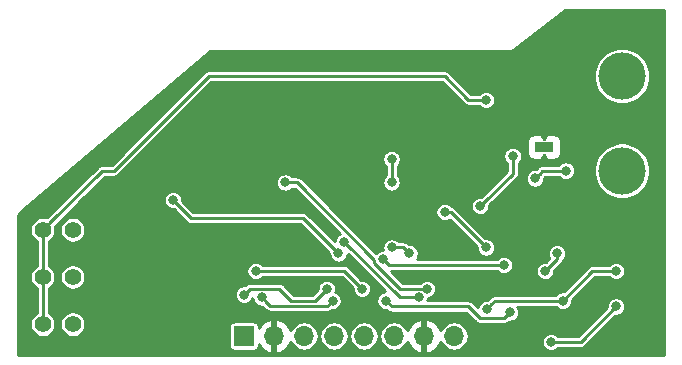
<source format=gbl>
G04 #@! TF.GenerationSoftware,KiCad,Pcbnew,(5.1.0)-1*
G04 #@! TF.CreationDate,2019-06-02T21:22:59+02:00*
G04 #@! TF.ProjectId,ledpwmble,6c656470-776d-4626-9c65-2e6b69636164,rev?*
G04 #@! TF.SameCoordinates,Original*
G04 #@! TF.FileFunction,Copper,L2,Bot*
G04 #@! TF.FilePolarity,Positive*
%FSLAX46Y46*%
G04 Gerber Fmt 4.6, Leading zero omitted, Abs format (unit mm)*
G04 Created by KiCad (PCBNEW (5.1.0)-1) date 2019-06-02 21:22:59*
%MOMM*%
%LPD*%
G04 APERTURE LIST*
%ADD10C,4.000000*%
%ADD11R,1.600000X0.900000*%
%ADD12C,0.600000*%
%ADD13O,1.700000X1.700000*%
%ADD14R,1.700000X1.700000*%
%ADD15C,1.400000*%
%ADD16C,0.800000*%
%ADD17C,0.250000*%
%ADD18C,0.254000*%
G04 APERTURE END LIST*
D10*
X179000000Y-85000000D03*
X179000000Y-93000000D03*
D11*
X172400000Y-91000000D03*
D12*
X171900000Y-91000000D03*
X172900000Y-91000000D03*
D13*
X164780000Y-107000000D03*
X162240000Y-107000000D03*
X159700000Y-107000000D03*
X157160000Y-107000000D03*
X154620000Y-107000000D03*
X152080000Y-107000000D03*
X149540000Y-107000000D03*
D14*
X147000000Y-107000000D03*
D15*
X129960000Y-98000000D03*
X132500000Y-98000000D03*
X129960000Y-102000000D03*
X132500000Y-102000000D03*
X129960000Y-106000000D03*
X132500000Y-106000000D03*
D16*
X155000000Y-86000000D03*
X153000000Y-86000000D03*
X159000000Y-95000000D03*
X152987334Y-102987347D03*
X154500000Y-90949989D03*
X182000000Y-97000000D03*
X177000000Y-97000000D03*
X182000000Y-108000000D03*
X169000000Y-107500000D03*
X161000000Y-105500000D03*
X163000000Y-105500000D03*
X158000000Y-104500000D03*
X156000000Y-104000000D03*
X148000000Y-105000000D03*
X144500000Y-108000000D03*
X142500000Y-106000000D03*
X142000000Y-104000000D03*
X145500000Y-102500000D03*
X139500000Y-104000000D03*
X139500000Y-108000000D03*
X133000000Y-108000000D03*
X134000000Y-105000000D03*
X134000000Y-100500000D03*
X134000000Y-96500000D03*
X139500000Y-100000000D03*
X139500000Y-96000000D03*
X138500000Y-93500000D03*
X139500000Y-92000000D03*
X145000000Y-83500000D03*
X137000000Y-89500000D03*
X134000000Y-92000000D03*
X130500000Y-95000000D03*
X128500000Y-99500000D03*
X128500000Y-103500000D03*
X128500000Y-108000000D03*
X150000000Y-83500000D03*
X156500000Y-83500000D03*
X144500000Y-86500000D03*
X149500000Y-86000000D03*
X151000000Y-90500000D03*
X146000000Y-88500000D03*
X155500000Y-94500000D03*
X150500000Y-99500000D03*
X153000000Y-99500000D03*
X150500000Y-95500000D03*
X156000000Y-90500000D03*
X159000000Y-90500000D03*
X158000000Y-86500000D03*
X163000000Y-86500000D03*
X164500000Y-90000000D03*
X168000000Y-88500000D03*
X161500000Y-83500000D03*
X166500000Y-83500000D03*
X171000000Y-82500000D03*
X174500000Y-80000000D03*
X178500000Y-80000000D03*
X182000000Y-82000000D03*
X182000000Y-88000000D03*
X177000000Y-88500000D03*
X174000000Y-88500000D03*
X167500000Y-99500000D03*
X164000000Y-96500000D03*
X173500000Y-100000000D03*
X172500000Y-101500000D03*
X148000000Y-101500000D03*
X157000000Y-103000000D03*
X159500000Y-99500000D03*
X161000000Y-100000000D03*
X167500000Y-87000000D03*
X169500000Y-105000000D03*
X159000000Y-104000000D03*
X159500000Y-94000000D03*
X159500000Y-92000000D03*
X150500000Y-94000000D03*
X162500000Y-103000000D03*
X173000000Y-107500000D03*
X178500000Y-104500000D03*
X169000000Y-101000000D03*
X158774990Y-100487340D03*
X174000000Y-104000000D03*
X178500000Y-101500000D03*
X155487340Y-99012660D03*
X161792885Y-103725010D03*
X167557543Y-104725010D03*
X174250000Y-93000000D03*
X171628032Y-93647287D03*
X154000000Y-103000000D03*
X147000000Y-103500000D03*
X154500000Y-104000000D03*
X148500000Y-103725010D03*
X155000000Y-100000000D03*
X141000000Y-95500000D03*
X169750000Y-91750000D03*
X167000000Y-96000000D03*
D17*
X167500000Y-99500000D02*
X164500000Y-96500000D01*
X164500000Y-96500000D02*
X164000000Y-96500000D01*
X173500000Y-100500000D02*
X172500000Y-101500000D01*
X173500000Y-100000000D02*
X173500000Y-100500000D01*
X148000000Y-101500000D02*
X155000000Y-101500000D01*
X155000000Y-101500000D02*
X155500000Y-101500000D01*
X155500000Y-101500000D02*
X157000000Y-103000000D01*
X159500000Y-99500000D02*
X160500000Y-99500000D01*
X160500000Y-99500000D02*
X161000000Y-100000000D01*
X129960000Y-105010051D02*
X129960000Y-102000000D01*
X129960000Y-106000000D02*
X129960000Y-105010051D01*
X129960000Y-101010051D02*
X129960000Y-98000000D01*
X129960000Y-102000000D02*
X129960000Y-101010051D01*
X164000000Y-85000000D02*
X166000000Y-87000000D01*
X130659999Y-97300001D02*
X130699999Y-97300001D01*
X129960000Y-98000000D02*
X130659999Y-97300001D01*
X130699999Y-97300001D02*
X135000000Y-93000000D01*
X166000000Y-87000000D02*
X167500000Y-87000000D01*
X135000000Y-93000000D02*
X136000000Y-93000000D01*
X136000000Y-93000000D02*
X144000000Y-85000000D01*
X144000000Y-85000000D02*
X164000000Y-85000000D01*
X169500000Y-105000000D02*
X169000000Y-105500000D01*
X169000000Y-105500000D02*
X167000000Y-105500000D01*
X167000000Y-105500000D02*
X166000000Y-104500000D01*
X166000000Y-104500000D02*
X159500000Y-104500000D01*
X159500000Y-104500000D02*
X159000000Y-104000000D01*
X159500000Y-94000000D02*
X159500000Y-92000000D01*
X173000000Y-107500000D02*
X175500000Y-107500000D01*
X175500000Y-107500000D02*
X178500000Y-104500000D01*
X158049988Y-100549988D02*
X158049988Y-100835342D01*
X150500000Y-94000000D02*
X151500000Y-94000000D01*
X160214646Y-103000000D02*
X161934315Y-103000000D01*
X151500000Y-94000000D02*
X158049988Y-100549988D01*
X158049988Y-100835342D02*
X160214646Y-103000000D01*
X161934315Y-103000000D02*
X162500000Y-103000000D01*
X159287650Y-101000000D02*
X159174989Y-100887339D01*
X159174989Y-100887339D02*
X158774990Y-100487340D01*
X169000000Y-101000000D02*
X159287650Y-101000000D01*
X174000000Y-104000000D02*
X176500000Y-101500000D01*
X176500000Y-101500000D02*
X178500000Y-101500000D01*
X155487340Y-99012660D02*
X160199690Y-103725010D01*
X160199690Y-103725010D02*
X161227200Y-103725010D01*
X161227200Y-103725010D02*
X161792885Y-103725010D01*
X168282553Y-104000000D02*
X167957542Y-104325011D01*
X167957542Y-104325011D02*
X167557543Y-104725010D01*
X174000000Y-104000000D02*
X168282553Y-104000000D01*
X174250000Y-93000000D02*
X172275319Y-93000000D01*
X172028031Y-93247288D02*
X171628032Y-93647287D01*
X172275319Y-93000000D02*
X172028031Y-93247288D01*
X154000000Y-103000000D02*
X153000000Y-104000000D01*
X153000000Y-104000000D02*
X151000000Y-104000000D01*
X151000000Y-104000000D02*
X150000000Y-103000000D01*
X150000000Y-103000000D02*
X147500000Y-103000000D01*
X147500000Y-103000000D02*
X147000000Y-103500000D01*
X149225001Y-104450011D02*
X148899999Y-104125009D01*
X148899999Y-104125009D02*
X148500000Y-103725010D01*
X154500000Y-104000000D02*
X154049989Y-104450011D01*
X154049989Y-104450011D02*
X149225001Y-104450011D01*
X155000000Y-100000000D02*
X152000000Y-97000000D01*
X152000000Y-97000000D02*
X142500000Y-97000000D01*
X142500000Y-97000000D02*
X141000000Y-95500000D01*
X169750000Y-91750000D02*
X169750000Y-93250000D01*
X169750000Y-93250000D02*
X167399999Y-95600001D01*
X167399999Y-95600001D02*
X167000000Y-96000000D01*
D18*
G36*
X182557388Y-79412690D02*
G01*
X182564494Y-79414835D01*
X182571047Y-79418320D01*
X182576800Y-79423012D01*
X182581530Y-79428730D01*
X182585063Y-79435263D01*
X182587257Y-79442352D01*
X182590000Y-79468449D01*
X182590001Y-108529941D01*
X182587310Y-108557386D01*
X182585164Y-108564495D01*
X182581681Y-108571046D01*
X182576987Y-108576801D01*
X182571269Y-108581531D01*
X182564738Y-108585063D01*
X182557649Y-108587257D01*
X182531551Y-108590000D01*
X127920049Y-108590000D01*
X127892614Y-108587310D01*
X127885505Y-108585164D01*
X127878954Y-108581681D01*
X127873199Y-108576987D01*
X127868469Y-108571269D01*
X127864937Y-108564738D01*
X127862743Y-108557649D01*
X127859983Y-108531385D01*
X127850165Y-97893137D01*
X128875000Y-97893137D01*
X128875000Y-98106863D01*
X128916696Y-98316483D01*
X128998485Y-98513940D01*
X129117225Y-98691647D01*
X129268353Y-98842775D01*
X129446060Y-98961515D01*
X129450001Y-98963147D01*
X129450000Y-101035098D01*
X129450001Y-101035108D01*
X129450001Y-101036853D01*
X129446060Y-101038485D01*
X129268353Y-101157225D01*
X129117225Y-101308353D01*
X128998485Y-101486060D01*
X128916696Y-101683517D01*
X128875000Y-101893137D01*
X128875000Y-102106863D01*
X128916696Y-102316483D01*
X128998485Y-102513940D01*
X129117225Y-102691647D01*
X129268353Y-102842775D01*
X129446060Y-102961515D01*
X129450001Y-102963147D01*
X129450000Y-105035098D01*
X129450001Y-105035108D01*
X129450001Y-105036853D01*
X129446060Y-105038485D01*
X129268353Y-105157225D01*
X129117225Y-105308353D01*
X128998485Y-105486060D01*
X128916696Y-105683517D01*
X128875000Y-105893137D01*
X128875000Y-106106863D01*
X128916696Y-106316483D01*
X128998485Y-106513940D01*
X129117225Y-106691647D01*
X129268353Y-106842775D01*
X129446060Y-106961515D01*
X129643517Y-107043304D01*
X129853137Y-107085000D01*
X130066863Y-107085000D01*
X130276483Y-107043304D01*
X130473940Y-106961515D01*
X130651647Y-106842775D01*
X130802775Y-106691647D01*
X130921515Y-106513940D01*
X131003304Y-106316483D01*
X131045000Y-106106863D01*
X131045000Y-105893137D01*
X131415000Y-105893137D01*
X131415000Y-106106863D01*
X131456696Y-106316483D01*
X131538485Y-106513940D01*
X131657225Y-106691647D01*
X131808353Y-106842775D01*
X131986060Y-106961515D01*
X132183517Y-107043304D01*
X132393137Y-107085000D01*
X132606863Y-107085000D01*
X132816483Y-107043304D01*
X133013940Y-106961515D01*
X133191647Y-106842775D01*
X133342775Y-106691647D01*
X133461515Y-106513940D01*
X133543304Y-106316483D01*
X133576419Y-106150000D01*
X145763138Y-106150000D01*
X145763138Y-107850000D01*
X145770571Y-107925473D01*
X145792586Y-107998046D01*
X145828336Y-108064929D01*
X145876447Y-108123553D01*
X145935071Y-108171664D01*
X146001954Y-108207414D01*
X146074527Y-108229429D01*
X146150000Y-108236862D01*
X147850000Y-108236862D01*
X147925473Y-108229429D01*
X147998046Y-108207414D01*
X148064929Y-108171664D01*
X148123553Y-108123553D01*
X148171664Y-108064929D01*
X148207414Y-107998046D01*
X148229429Y-107925473D01*
X148236862Y-107850000D01*
X148236862Y-107700114D01*
X148344822Y-107881355D01*
X148539731Y-108097588D01*
X148773080Y-108271641D01*
X149035901Y-108396825D01*
X149183110Y-108441476D01*
X149413000Y-108320155D01*
X149413000Y-107127000D01*
X149393000Y-107127000D01*
X149393000Y-106873000D01*
X149413000Y-106873000D01*
X149413000Y-105679845D01*
X149667000Y-105679845D01*
X149667000Y-106873000D01*
X149687000Y-106873000D01*
X149687000Y-107127000D01*
X149667000Y-107127000D01*
X149667000Y-108320155D01*
X149896890Y-108441476D01*
X150044099Y-108396825D01*
X150306920Y-108271641D01*
X150540269Y-108097588D01*
X150735178Y-107881355D01*
X150884157Y-107631252D01*
X150937174Y-107481795D01*
X151048167Y-107689449D01*
X151202498Y-107877502D01*
X151390551Y-108031833D01*
X151605099Y-108146511D01*
X151837898Y-108217130D01*
X152019335Y-108235000D01*
X152140665Y-108235000D01*
X152322102Y-108217130D01*
X152554901Y-108146511D01*
X152769449Y-108031833D01*
X152957502Y-107877502D01*
X153111833Y-107689449D01*
X153226511Y-107474901D01*
X153297130Y-107242102D01*
X153320975Y-107000000D01*
X153379025Y-107000000D01*
X153402870Y-107242102D01*
X153473489Y-107474901D01*
X153588167Y-107689449D01*
X153742498Y-107877502D01*
X153930551Y-108031833D01*
X154145099Y-108146511D01*
X154377898Y-108217130D01*
X154559335Y-108235000D01*
X154680665Y-108235000D01*
X154862102Y-108217130D01*
X155094901Y-108146511D01*
X155309449Y-108031833D01*
X155497502Y-107877502D01*
X155651833Y-107689449D01*
X155766511Y-107474901D01*
X155837130Y-107242102D01*
X155860975Y-107000000D01*
X155919025Y-107000000D01*
X155942870Y-107242102D01*
X156013489Y-107474901D01*
X156128167Y-107689449D01*
X156282498Y-107877502D01*
X156470551Y-108031833D01*
X156685099Y-108146511D01*
X156917898Y-108217130D01*
X157099335Y-108235000D01*
X157220665Y-108235000D01*
X157402102Y-108217130D01*
X157634901Y-108146511D01*
X157849449Y-108031833D01*
X158037502Y-107877502D01*
X158191833Y-107689449D01*
X158306511Y-107474901D01*
X158377130Y-107242102D01*
X158400975Y-107000000D01*
X158459025Y-107000000D01*
X158482870Y-107242102D01*
X158553489Y-107474901D01*
X158668167Y-107689449D01*
X158822498Y-107877502D01*
X159010551Y-108031833D01*
X159225099Y-108146511D01*
X159457898Y-108217130D01*
X159639335Y-108235000D01*
X159760665Y-108235000D01*
X159942102Y-108217130D01*
X160174901Y-108146511D01*
X160389449Y-108031833D01*
X160577502Y-107877502D01*
X160731833Y-107689449D01*
X160842826Y-107481795D01*
X160895843Y-107631252D01*
X161044822Y-107881355D01*
X161239731Y-108097588D01*
X161473080Y-108271641D01*
X161735901Y-108396825D01*
X161883110Y-108441476D01*
X162113000Y-108320155D01*
X162113000Y-107127000D01*
X162093000Y-107127000D01*
X162093000Y-106873000D01*
X162113000Y-106873000D01*
X162113000Y-105679845D01*
X162367000Y-105679845D01*
X162367000Y-106873000D01*
X162387000Y-106873000D01*
X162387000Y-107127000D01*
X162367000Y-107127000D01*
X162367000Y-108320155D01*
X162596890Y-108441476D01*
X162744099Y-108396825D01*
X163006920Y-108271641D01*
X163240269Y-108097588D01*
X163435178Y-107881355D01*
X163584157Y-107631252D01*
X163637174Y-107481795D01*
X163748167Y-107689449D01*
X163902498Y-107877502D01*
X164090551Y-108031833D01*
X164305099Y-108146511D01*
X164537898Y-108217130D01*
X164719335Y-108235000D01*
X164840665Y-108235000D01*
X165022102Y-108217130D01*
X165254901Y-108146511D01*
X165469449Y-108031833D01*
X165657502Y-107877502D01*
X165811833Y-107689449D01*
X165926511Y-107474901D01*
X165942350Y-107422684D01*
X172215000Y-107422684D01*
X172215000Y-107577316D01*
X172245167Y-107728976D01*
X172304342Y-107871837D01*
X172390251Y-108000408D01*
X172499592Y-108109749D01*
X172628163Y-108195658D01*
X172771024Y-108254833D01*
X172922684Y-108285000D01*
X173077316Y-108285000D01*
X173228976Y-108254833D01*
X173371837Y-108195658D01*
X173500408Y-108109749D01*
X173600157Y-108010000D01*
X175474955Y-108010000D01*
X175500000Y-108012467D01*
X175525045Y-108010000D01*
X175525048Y-108010000D01*
X175599977Y-108002620D01*
X175696113Y-107973458D01*
X175784711Y-107926101D01*
X175862369Y-107862369D01*
X175878341Y-107842907D01*
X178436249Y-105285000D01*
X178577316Y-105285000D01*
X178728976Y-105254833D01*
X178871837Y-105195658D01*
X179000408Y-105109749D01*
X179109749Y-105000408D01*
X179195658Y-104871837D01*
X179254833Y-104728976D01*
X179285000Y-104577316D01*
X179285000Y-104422684D01*
X179254833Y-104271024D01*
X179195658Y-104128163D01*
X179109749Y-103999592D01*
X179000408Y-103890251D01*
X178871837Y-103804342D01*
X178728976Y-103745167D01*
X178577316Y-103715000D01*
X178422684Y-103715000D01*
X178271024Y-103745167D01*
X178128163Y-103804342D01*
X177999592Y-103890251D01*
X177890251Y-103999592D01*
X177804342Y-104128163D01*
X177745167Y-104271024D01*
X177715000Y-104422684D01*
X177715000Y-104563751D01*
X175288752Y-106990000D01*
X173600157Y-106990000D01*
X173500408Y-106890251D01*
X173371837Y-106804342D01*
X173228976Y-106745167D01*
X173077316Y-106715000D01*
X172922684Y-106715000D01*
X172771024Y-106745167D01*
X172628163Y-106804342D01*
X172499592Y-106890251D01*
X172390251Y-106999592D01*
X172304342Y-107128163D01*
X172245167Y-107271024D01*
X172215000Y-107422684D01*
X165942350Y-107422684D01*
X165997130Y-107242102D01*
X166020975Y-107000000D01*
X165997130Y-106757898D01*
X165926511Y-106525099D01*
X165811833Y-106310551D01*
X165657502Y-106122498D01*
X165469449Y-105968167D01*
X165254901Y-105853489D01*
X165022102Y-105782870D01*
X164840665Y-105765000D01*
X164719335Y-105765000D01*
X164537898Y-105782870D01*
X164305099Y-105853489D01*
X164090551Y-105968167D01*
X163902498Y-106122498D01*
X163748167Y-106310551D01*
X163637174Y-106518205D01*
X163584157Y-106368748D01*
X163435178Y-106118645D01*
X163240269Y-105902412D01*
X163006920Y-105728359D01*
X162744099Y-105603175D01*
X162596890Y-105558524D01*
X162367000Y-105679845D01*
X162113000Y-105679845D01*
X161883110Y-105558524D01*
X161735901Y-105603175D01*
X161473080Y-105728359D01*
X161239731Y-105902412D01*
X161044822Y-106118645D01*
X160895843Y-106368748D01*
X160842826Y-106518205D01*
X160731833Y-106310551D01*
X160577502Y-106122498D01*
X160389449Y-105968167D01*
X160174901Y-105853489D01*
X159942102Y-105782870D01*
X159760665Y-105765000D01*
X159639335Y-105765000D01*
X159457898Y-105782870D01*
X159225099Y-105853489D01*
X159010551Y-105968167D01*
X158822498Y-106122498D01*
X158668167Y-106310551D01*
X158553489Y-106525099D01*
X158482870Y-106757898D01*
X158459025Y-107000000D01*
X158400975Y-107000000D01*
X158377130Y-106757898D01*
X158306511Y-106525099D01*
X158191833Y-106310551D01*
X158037502Y-106122498D01*
X157849449Y-105968167D01*
X157634901Y-105853489D01*
X157402102Y-105782870D01*
X157220665Y-105765000D01*
X157099335Y-105765000D01*
X156917898Y-105782870D01*
X156685099Y-105853489D01*
X156470551Y-105968167D01*
X156282498Y-106122498D01*
X156128167Y-106310551D01*
X156013489Y-106525099D01*
X155942870Y-106757898D01*
X155919025Y-107000000D01*
X155860975Y-107000000D01*
X155837130Y-106757898D01*
X155766511Y-106525099D01*
X155651833Y-106310551D01*
X155497502Y-106122498D01*
X155309449Y-105968167D01*
X155094901Y-105853489D01*
X154862102Y-105782870D01*
X154680665Y-105765000D01*
X154559335Y-105765000D01*
X154377898Y-105782870D01*
X154145099Y-105853489D01*
X153930551Y-105968167D01*
X153742498Y-106122498D01*
X153588167Y-106310551D01*
X153473489Y-106525099D01*
X153402870Y-106757898D01*
X153379025Y-107000000D01*
X153320975Y-107000000D01*
X153297130Y-106757898D01*
X153226511Y-106525099D01*
X153111833Y-106310551D01*
X152957502Y-106122498D01*
X152769449Y-105968167D01*
X152554901Y-105853489D01*
X152322102Y-105782870D01*
X152140665Y-105765000D01*
X152019335Y-105765000D01*
X151837898Y-105782870D01*
X151605099Y-105853489D01*
X151390551Y-105968167D01*
X151202498Y-106122498D01*
X151048167Y-106310551D01*
X150937174Y-106518205D01*
X150884157Y-106368748D01*
X150735178Y-106118645D01*
X150540269Y-105902412D01*
X150306920Y-105728359D01*
X150044099Y-105603175D01*
X149896890Y-105558524D01*
X149667000Y-105679845D01*
X149413000Y-105679845D01*
X149183110Y-105558524D01*
X149035901Y-105603175D01*
X148773080Y-105728359D01*
X148539731Y-105902412D01*
X148344822Y-106118645D01*
X148236862Y-106299886D01*
X148236862Y-106150000D01*
X148229429Y-106074527D01*
X148207414Y-106001954D01*
X148171664Y-105935071D01*
X148123553Y-105876447D01*
X148064929Y-105828336D01*
X147998046Y-105792586D01*
X147925473Y-105770571D01*
X147850000Y-105763138D01*
X146150000Y-105763138D01*
X146074527Y-105770571D01*
X146001954Y-105792586D01*
X145935071Y-105828336D01*
X145876447Y-105876447D01*
X145828336Y-105935071D01*
X145792586Y-106001954D01*
X145770571Y-106074527D01*
X145763138Y-106150000D01*
X133576419Y-106150000D01*
X133585000Y-106106863D01*
X133585000Y-105893137D01*
X133543304Y-105683517D01*
X133461515Y-105486060D01*
X133342775Y-105308353D01*
X133191647Y-105157225D01*
X133013940Y-105038485D01*
X132816483Y-104956696D01*
X132606863Y-104915000D01*
X132393137Y-104915000D01*
X132183517Y-104956696D01*
X131986060Y-105038485D01*
X131808353Y-105157225D01*
X131657225Y-105308353D01*
X131538485Y-105486060D01*
X131456696Y-105683517D01*
X131415000Y-105893137D01*
X131045000Y-105893137D01*
X131003304Y-105683517D01*
X130921515Y-105486060D01*
X130802775Y-105308353D01*
X130651647Y-105157225D01*
X130473940Y-105038485D01*
X130470000Y-105036853D01*
X130470000Y-103422684D01*
X146215000Y-103422684D01*
X146215000Y-103577316D01*
X146245167Y-103728976D01*
X146304342Y-103871837D01*
X146390251Y-104000408D01*
X146499592Y-104109749D01*
X146628163Y-104195658D01*
X146771024Y-104254833D01*
X146922684Y-104285000D01*
X147077316Y-104285000D01*
X147228976Y-104254833D01*
X147371837Y-104195658D01*
X147500408Y-104109749D01*
X147609749Y-104000408D01*
X147695658Y-103871837D01*
X147718066Y-103817740D01*
X147745167Y-103953986D01*
X147804342Y-104096847D01*
X147890251Y-104225418D01*
X147999592Y-104334759D01*
X148128163Y-104420668D01*
X148271024Y-104479843D01*
X148422684Y-104510010D01*
X148563752Y-104510010D01*
X148846660Y-104792918D01*
X148862632Y-104812380D01*
X148940290Y-104876112D01*
X149028888Y-104923469D01*
X149125024Y-104952631D01*
X149199953Y-104960011D01*
X149199963Y-104960011D01*
X149225000Y-104962477D01*
X149250038Y-104960011D01*
X154024944Y-104960011D01*
X154049989Y-104962478D01*
X154075034Y-104960011D01*
X154075037Y-104960011D01*
X154149966Y-104952631D01*
X154246102Y-104923469D01*
X154334700Y-104876112D01*
X154412358Y-104812380D01*
X154428330Y-104792919D01*
X154436248Y-104785000D01*
X154577316Y-104785000D01*
X154728976Y-104754833D01*
X154871837Y-104695658D01*
X155000408Y-104609749D01*
X155109749Y-104500408D01*
X155195658Y-104371837D01*
X155254833Y-104228976D01*
X155285000Y-104077316D01*
X155285000Y-103922684D01*
X155254833Y-103771024D01*
X155195658Y-103628163D01*
X155109749Y-103499592D01*
X155000408Y-103390251D01*
X154871837Y-103304342D01*
X154745322Y-103251938D01*
X154754833Y-103228976D01*
X154785000Y-103077316D01*
X154785000Y-102922684D01*
X154754833Y-102771024D01*
X154695658Y-102628163D01*
X154609749Y-102499592D01*
X154500408Y-102390251D01*
X154371837Y-102304342D01*
X154228976Y-102245167D01*
X154077316Y-102215000D01*
X153922684Y-102215000D01*
X153771024Y-102245167D01*
X153628163Y-102304342D01*
X153499592Y-102390251D01*
X153390251Y-102499592D01*
X153304342Y-102628163D01*
X153245167Y-102771024D01*
X153215000Y-102922684D01*
X153215000Y-103063751D01*
X152788752Y-103490000D01*
X151211249Y-103490000D01*
X150378341Y-102657093D01*
X150362369Y-102637631D01*
X150284711Y-102573899D01*
X150196113Y-102526542D01*
X150099977Y-102497380D01*
X150025048Y-102490000D01*
X150025045Y-102490000D01*
X150000000Y-102487533D01*
X149974955Y-102490000D01*
X147525048Y-102490000D01*
X147500000Y-102487533D01*
X147400022Y-102497380D01*
X147345431Y-102513940D01*
X147303887Y-102526542D01*
X147215289Y-102573899D01*
X147137631Y-102637631D01*
X147121665Y-102657086D01*
X147063751Y-102715000D01*
X146922684Y-102715000D01*
X146771024Y-102745167D01*
X146628163Y-102804342D01*
X146499592Y-102890251D01*
X146390251Y-102999592D01*
X146304342Y-103128163D01*
X146245167Y-103271024D01*
X146215000Y-103422684D01*
X130470000Y-103422684D01*
X130470000Y-102963147D01*
X130473940Y-102961515D01*
X130651647Y-102842775D01*
X130802775Y-102691647D01*
X130921515Y-102513940D01*
X131003304Y-102316483D01*
X131045000Y-102106863D01*
X131045000Y-101893137D01*
X131415000Y-101893137D01*
X131415000Y-102106863D01*
X131456696Y-102316483D01*
X131538485Y-102513940D01*
X131657225Y-102691647D01*
X131808353Y-102842775D01*
X131986060Y-102961515D01*
X132183517Y-103043304D01*
X132393137Y-103085000D01*
X132606863Y-103085000D01*
X132816483Y-103043304D01*
X133013940Y-102961515D01*
X133191647Y-102842775D01*
X133342775Y-102691647D01*
X133461515Y-102513940D01*
X133543304Y-102316483D01*
X133585000Y-102106863D01*
X133585000Y-101893137D01*
X133543304Y-101683517D01*
X133461515Y-101486060D01*
X133419169Y-101422684D01*
X147215000Y-101422684D01*
X147215000Y-101577316D01*
X147245167Y-101728976D01*
X147304342Y-101871837D01*
X147390251Y-102000408D01*
X147499592Y-102109749D01*
X147628163Y-102195658D01*
X147771024Y-102254833D01*
X147922684Y-102285000D01*
X148077316Y-102285000D01*
X148228976Y-102254833D01*
X148371837Y-102195658D01*
X148500408Y-102109749D01*
X148600157Y-102010000D01*
X155288752Y-102010000D01*
X156215000Y-102936249D01*
X156215000Y-103077316D01*
X156245167Y-103228976D01*
X156304342Y-103371837D01*
X156390251Y-103500408D01*
X156499592Y-103609749D01*
X156628163Y-103695658D01*
X156771024Y-103754833D01*
X156922684Y-103785000D01*
X157077316Y-103785000D01*
X157228976Y-103754833D01*
X157371837Y-103695658D01*
X157500408Y-103609749D01*
X157609749Y-103500408D01*
X157695658Y-103371837D01*
X157754833Y-103228976D01*
X157785000Y-103077316D01*
X157785000Y-102922684D01*
X157754833Y-102771024D01*
X157695658Y-102628163D01*
X157609749Y-102499592D01*
X157500408Y-102390251D01*
X157371837Y-102304342D01*
X157228976Y-102245167D01*
X157077316Y-102215000D01*
X156936249Y-102215000D01*
X155878341Y-101157093D01*
X155862369Y-101137631D01*
X155784711Y-101073899D01*
X155696113Y-101026542D01*
X155599977Y-100997380D01*
X155525048Y-100990000D01*
X155525045Y-100990000D01*
X155500000Y-100987533D01*
X155474955Y-100990000D01*
X148600157Y-100990000D01*
X148500408Y-100890251D01*
X148371837Y-100804342D01*
X148228976Y-100745167D01*
X148077316Y-100715000D01*
X147922684Y-100715000D01*
X147771024Y-100745167D01*
X147628163Y-100804342D01*
X147499592Y-100890251D01*
X147390251Y-100999592D01*
X147304342Y-101128163D01*
X147245167Y-101271024D01*
X147215000Y-101422684D01*
X133419169Y-101422684D01*
X133342775Y-101308353D01*
X133191647Y-101157225D01*
X133013940Y-101038485D01*
X132816483Y-100956696D01*
X132606863Y-100915000D01*
X132393137Y-100915000D01*
X132183517Y-100956696D01*
X131986060Y-101038485D01*
X131808353Y-101157225D01*
X131657225Y-101308353D01*
X131538485Y-101486060D01*
X131456696Y-101683517D01*
X131415000Y-101893137D01*
X131045000Y-101893137D01*
X131003304Y-101683517D01*
X130921515Y-101486060D01*
X130802775Y-101308353D01*
X130651647Y-101157225D01*
X130473940Y-101038485D01*
X130470000Y-101036853D01*
X130470000Y-98963147D01*
X130473940Y-98961515D01*
X130651647Y-98842775D01*
X130802775Y-98691647D01*
X130921515Y-98513940D01*
X131003304Y-98316483D01*
X131045000Y-98106863D01*
X131045000Y-97893137D01*
X131415000Y-97893137D01*
X131415000Y-98106863D01*
X131456696Y-98316483D01*
X131538485Y-98513940D01*
X131657225Y-98691647D01*
X131808353Y-98842775D01*
X131986060Y-98961515D01*
X132183517Y-99043304D01*
X132393137Y-99085000D01*
X132606863Y-99085000D01*
X132816483Y-99043304D01*
X133013940Y-98961515D01*
X133191647Y-98842775D01*
X133342775Y-98691647D01*
X133461515Y-98513940D01*
X133543304Y-98316483D01*
X133585000Y-98106863D01*
X133585000Y-97893137D01*
X133543304Y-97683517D01*
X133461515Y-97486060D01*
X133342775Y-97308353D01*
X133191647Y-97157225D01*
X133013940Y-97038485D01*
X132816483Y-96956696D01*
X132606863Y-96915000D01*
X132393137Y-96915000D01*
X132183517Y-96956696D01*
X131986060Y-97038485D01*
X131808353Y-97157225D01*
X131657225Y-97308353D01*
X131538485Y-97486060D01*
X131456696Y-97683517D01*
X131415000Y-97893137D01*
X131045000Y-97893137D01*
X131007977Y-97707008D01*
X131062368Y-97662370D01*
X131078340Y-97642908D01*
X133298564Y-95422684D01*
X140215000Y-95422684D01*
X140215000Y-95577316D01*
X140245167Y-95728976D01*
X140304342Y-95871837D01*
X140390251Y-96000408D01*
X140499592Y-96109749D01*
X140628163Y-96195658D01*
X140771024Y-96254833D01*
X140922684Y-96285000D01*
X141063752Y-96285000D01*
X142121663Y-97342912D01*
X142137631Y-97362369D01*
X142215289Y-97426101D01*
X142303887Y-97473458D01*
X142400023Y-97502620D01*
X142474952Y-97510000D01*
X142474961Y-97510000D01*
X142499999Y-97512466D01*
X142525037Y-97510000D01*
X151788752Y-97510000D01*
X154215000Y-99936249D01*
X154215000Y-100077316D01*
X154245167Y-100228976D01*
X154304342Y-100371837D01*
X154390251Y-100500408D01*
X154499592Y-100609749D01*
X154628163Y-100695658D01*
X154771024Y-100754833D01*
X154922684Y-100785000D01*
X155077316Y-100785000D01*
X155228976Y-100754833D01*
X155371837Y-100695658D01*
X155500408Y-100609749D01*
X155609749Y-100500408D01*
X155695658Y-100371837D01*
X155754833Y-100228976D01*
X155785000Y-100077316D01*
X155785000Y-100031568D01*
X158968431Y-103215000D01*
X158922684Y-103215000D01*
X158771024Y-103245167D01*
X158628163Y-103304342D01*
X158499592Y-103390251D01*
X158390251Y-103499592D01*
X158304342Y-103628163D01*
X158245167Y-103771024D01*
X158215000Y-103922684D01*
X158215000Y-104077316D01*
X158245167Y-104228976D01*
X158304342Y-104371837D01*
X158390251Y-104500408D01*
X158499592Y-104609749D01*
X158628163Y-104695658D01*
X158771024Y-104754833D01*
X158922684Y-104785000D01*
X159063751Y-104785000D01*
X159121663Y-104842912D01*
X159137631Y-104862369D01*
X159215289Y-104926101D01*
X159264921Y-104952630D01*
X159303887Y-104973458D01*
X159400022Y-105002620D01*
X159500000Y-105012467D01*
X159525048Y-105010000D01*
X165788752Y-105010000D01*
X166621664Y-105842912D01*
X166637631Y-105862369D01*
X166715289Y-105926101D01*
X166732071Y-105935071D01*
X166803887Y-105973458D01*
X166900022Y-106002620D01*
X167000000Y-106012467D01*
X167025048Y-106010000D01*
X168974955Y-106010000D01*
X169000000Y-106012467D01*
X169025045Y-106010000D01*
X169025048Y-106010000D01*
X169099977Y-106002620D01*
X169196113Y-105973458D01*
X169284711Y-105926101D01*
X169362369Y-105862369D01*
X169378341Y-105842907D01*
X169436248Y-105785000D01*
X169577316Y-105785000D01*
X169728976Y-105754833D01*
X169871837Y-105695658D01*
X170000408Y-105609749D01*
X170109749Y-105500408D01*
X170195658Y-105371837D01*
X170254833Y-105228976D01*
X170285000Y-105077316D01*
X170285000Y-104922684D01*
X170254833Y-104771024D01*
X170195658Y-104628163D01*
X170116703Y-104510000D01*
X173399843Y-104510000D01*
X173499592Y-104609749D01*
X173628163Y-104695658D01*
X173771024Y-104754833D01*
X173922684Y-104785000D01*
X174077316Y-104785000D01*
X174228976Y-104754833D01*
X174371837Y-104695658D01*
X174500408Y-104609749D01*
X174609749Y-104500408D01*
X174695658Y-104371837D01*
X174754833Y-104228976D01*
X174785000Y-104077316D01*
X174785000Y-103936248D01*
X176711249Y-102010000D01*
X177899843Y-102010000D01*
X177999592Y-102109749D01*
X178128163Y-102195658D01*
X178271024Y-102254833D01*
X178422684Y-102285000D01*
X178577316Y-102285000D01*
X178728976Y-102254833D01*
X178871837Y-102195658D01*
X179000408Y-102109749D01*
X179109749Y-102000408D01*
X179195658Y-101871837D01*
X179254833Y-101728976D01*
X179285000Y-101577316D01*
X179285000Y-101422684D01*
X179254833Y-101271024D01*
X179195658Y-101128163D01*
X179109749Y-100999592D01*
X179000408Y-100890251D01*
X178871837Y-100804342D01*
X178728976Y-100745167D01*
X178577316Y-100715000D01*
X178422684Y-100715000D01*
X178271024Y-100745167D01*
X178128163Y-100804342D01*
X177999592Y-100890251D01*
X177899843Y-100990000D01*
X176525048Y-100990000D01*
X176500000Y-100987533D01*
X176400022Y-100997380D01*
X176314093Y-101023446D01*
X176303887Y-101026542D01*
X176215289Y-101073899D01*
X176137631Y-101137631D01*
X176121664Y-101157087D01*
X174063752Y-103215000D01*
X173922684Y-103215000D01*
X173771024Y-103245167D01*
X173628163Y-103304342D01*
X173499592Y-103390251D01*
X173399843Y-103490000D01*
X168307601Y-103490000D01*
X168282553Y-103487533D01*
X168182575Y-103497380D01*
X168086440Y-103526542D01*
X167997842Y-103573899D01*
X167920184Y-103637631D01*
X167904212Y-103657093D01*
X167621295Y-103940010D01*
X167480227Y-103940010D01*
X167328567Y-103970177D01*
X167185706Y-104029352D01*
X167057135Y-104115261D01*
X166947794Y-104224602D01*
X166861885Y-104353173D01*
X166802710Y-104496034D01*
X166788537Y-104567288D01*
X166378341Y-104157093D01*
X166362369Y-104137631D01*
X166284711Y-104073899D01*
X166196113Y-104026542D01*
X166099977Y-103997380D01*
X166025048Y-103990000D01*
X166025045Y-103990000D01*
X166000000Y-103987533D01*
X165974955Y-103990000D01*
X162532801Y-103990000D01*
X162547718Y-103953986D01*
X162577885Y-103802326D01*
X162577885Y-103784887D01*
X162728976Y-103754833D01*
X162871837Y-103695658D01*
X163000408Y-103609749D01*
X163109749Y-103500408D01*
X163195658Y-103371837D01*
X163254833Y-103228976D01*
X163285000Y-103077316D01*
X163285000Y-102922684D01*
X163254833Y-102771024D01*
X163195658Y-102628163D01*
X163109749Y-102499592D01*
X163000408Y-102390251D01*
X162871837Y-102304342D01*
X162728976Y-102245167D01*
X162577316Y-102215000D01*
X162422684Y-102215000D01*
X162271024Y-102245167D01*
X162128163Y-102304342D01*
X161999592Y-102390251D01*
X161899843Y-102490000D01*
X160425895Y-102490000D01*
X159445894Y-101510000D01*
X168399843Y-101510000D01*
X168499592Y-101609749D01*
X168628163Y-101695658D01*
X168771024Y-101754833D01*
X168922684Y-101785000D01*
X169077316Y-101785000D01*
X169228976Y-101754833D01*
X169371837Y-101695658D01*
X169500408Y-101609749D01*
X169609749Y-101500408D01*
X169661682Y-101422684D01*
X171715000Y-101422684D01*
X171715000Y-101577316D01*
X171745167Y-101728976D01*
X171804342Y-101871837D01*
X171890251Y-102000408D01*
X171999592Y-102109749D01*
X172128163Y-102195658D01*
X172271024Y-102254833D01*
X172422684Y-102285000D01*
X172577316Y-102285000D01*
X172728976Y-102254833D01*
X172871837Y-102195658D01*
X173000408Y-102109749D01*
X173109749Y-102000408D01*
X173195658Y-101871837D01*
X173254833Y-101728976D01*
X173285000Y-101577316D01*
X173285000Y-101436248D01*
X173842912Y-100878336D01*
X173862369Y-100862369D01*
X173926101Y-100784711D01*
X173973458Y-100696113D01*
X173999465Y-100610379D01*
X174000408Y-100609749D01*
X174109749Y-100500408D01*
X174195658Y-100371837D01*
X174254833Y-100228976D01*
X174285000Y-100077316D01*
X174285000Y-99922684D01*
X174254833Y-99771024D01*
X174195658Y-99628163D01*
X174109749Y-99499592D01*
X174000408Y-99390251D01*
X173871837Y-99304342D01*
X173728976Y-99245167D01*
X173577316Y-99215000D01*
X173422684Y-99215000D01*
X173271024Y-99245167D01*
X173128163Y-99304342D01*
X172999592Y-99390251D01*
X172890251Y-99499592D01*
X172804342Y-99628163D01*
X172745167Y-99771024D01*
X172715000Y-99922684D01*
X172715000Y-100077316D01*
X172745167Y-100228976D01*
X172804342Y-100371837D01*
X172845427Y-100433324D01*
X172563752Y-100715000D01*
X172422684Y-100715000D01*
X172271024Y-100745167D01*
X172128163Y-100804342D01*
X171999592Y-100890251D01*
X171890251Y-100999592D01*
X171804342Y-101128163D01*
X171745167Y-101271024D01*
X171715000Y-101422684D01*
X169661682Y-101422684D01*
X169695658Y-101371837D01*
X169754833Y-101228976D01*
X169785000Y-101077316D01*
X169785000Y-100922684D01*
X169754833Y-100771024D01*
X169695658Y-100628163D01*
X169609749Y-100499592D01*
X169500408Y-100390251D01*
X169371837Y-100304342D01*
X169228976Y-100245167D01*
X169077316Y-100215000D01*
X168922684Y-100215000D01*
X168771024Y-100245167D01*
X168628163Y-100304342D01*
X168499592Y-100390251D01*
X168399843Y-100490000D01*
X161616703Y-100490000D01*
X161695658Y-100371837D01*
X161754833Y-100228976D01*
X161785000Y-100077316D01*
X161785000Y-99922684D01*
X161754833Y-99771024D01*
X161695658Y-99628163D01*
X161609749Y-99499592D01*
X161500408Y-99390251D01*
X161371837Y-99304342D01*
X161228976Y-99245167D01*
X161077316Y-99215000D01*
X160936248Y-99215000D01*
X160878341Y-99157093D01*
X160862369Y-99137631D01*
X160784711Y-99073899D01*
X160696113Y-99026542D01*
X160599977Y-98997380D01*
X160525048Y-98990000D01*
X160525045Y-98990000D01*
X160500000Y-98987533D01*
X160474955Y-98990000D01*
X160100157Y-98990000D01*
X160000408Y-98890251D01*
X159871837Y-98804342D01*
X159728976Y-98745167D01*
X159577316Y-98715000D01*
X159422684Y-98715000D01*
X159271024Y-98745167D01*
X159128163Y-98804342D01*
X158999592Y-98890251D01*
X158890251Y-98999592D01*
X158804342Y-99128163D01*
X158745167Y-99271024D01*
X158715000Y-99422684D01*
X158715000Y-99577316D01*
X158739869Y-99702340D01*
X158697674Y-99702340D01*
X158546014Y-99732507D01*
X158403153Y-99791682D01*
X158274582Y-99877591D01*
X158186711Y-99965462D01*
X154643933Y-96422684D01*
X163215000Y-96422684D01*
X163215000Y-96577316D01*
X163245167Y-96728976D01*
X163304342Y-96871837D01*
X163390251Y-97000408D01*
X163499592Y-97109749D01*
X163628163Y-97195658D01*
X163771024Y-97254833D01*
X163922684Y-97285000D01*
X164077316Y-97285000D01*
X164228976Y-97254833D01*
X164371837Y-97195658D01*
X164433325Y-97154573D01*
X166715000Y-99436249D01*
X166715000Y-99577316D01*
X166745167Y-99728976D01*
X166804342Y-99871837D01*
X166890251Y-100000408D01*
X166999592Y-100109749D01*
X167128163Y-100195658D01*
X167271024Y-100254833D01*
X167422684Y-100285000D01*
X167577316Y-100285000D01*
X167728976Y-100254833D01*
X167871837Y-100195658D01*
X168000408Y-100109749D01*
X168109749Y-100000408D01*
X168195658Y-99871837D01*
X168254833Y-99728976D01*
X168285000Y-99577316D01*
X168285000Y-99422684D01*
X168254833Y-99271024D01*
X168195658Y-99128163D01*
X168109749Y-98999592D01*
X168000408Y-98890251D01*
X167871837Y-98804342D01*
X167728976Y-98745167D01*
X167577316Y-98715000D01*
X167436249Y-98715000D01*
X164878341Y-96157093D01*
X164862369Y-96137631D01*
X164784711Y-96073899D01*
X164696113Y-96026542D01*
X164610379Y-96000535D01*
X164609749Y-95999592D01*
X164532841Y-95922684D01*
X166215000Y-95922684D01*
X166215000Y-96077316D01*
X166245167Y-96228976D01*
X166304342Y-96371837D01*
X166390251Y-96500408D01*
X166499592Y-96609749D01*
X166628163Y-96695658D01*
X166771024Y-96754833D01*
X166922684Y-96785000D01*
X167077316Y-96785000D01*
X167228976Y-96754833D01*
X167371837Y-96695658D01*
X167500408Y-96609749D01*
X167609749Y-96500408D01*
X167695658Y-96371837D01*
X167754833Y-96228976D01*
X167785000Y-96077316D01*
X167785000Y-95936248D01*
X170092913Y-93628336D01*
X170112369Y-93612369D01*
X170147163Y-93569971D01*
X170843032Y-93569971D01*
X170843032Y-93724603D01*
X170873199Y-93876263D01*
X170932374Y-94019124D01*
X171018283Y-94147695D01*
X171127624Y-94257036D01*
X171256195Y-94342945D01*
X171399056Y-94402120D01*
X171550716Y-94432287D01*
X171705348Y-94432287D01*
X171857008Y-94402120D01*
X171999869Y-94342945D01*
X172128440Y-94257036D01*
X172237781Y-94147695D01*
X172323690Y-94019124D01*
X172382865Y-93876263D01*
X172413032Y-93724603D01*
X172413032Y-93583535D01*
X172486567Y-93510000D01*
X173649843Y-93510000D01*
X173749592Y-93609749D01*
X173878163Y-93695658D01*
X174021024Y-93754833D01*
X174172684Y-93785000D01*
X174327316Y-93785000D01*
X174478976Y-93754833D01*
X174621837Y-93695658D01*
X174750408Y-93609749D01*
X174859749Y-93500408D01*
X174945658Y-93371837D01*
X175004833Y-93228976D01*
X175035000Y-93077316D01*
X175035000Y-92922684D01*
X175004833Y-92771024D01*
X175002379Y-92765098D01*
X176615000Y-92765098D01*
X176615000Y-93234902D01*
X176706654Y-93695679D01*
X176886440Y-94129721D01*
X177147450Y-94520349D01*
X177479651Y-94852550D01*
X177870279Y-95113560D01*
X178304321Y-95293346D01*
X178765098Y-95385000D01*
X179234902Y-95385000D01*
X179695679Y-95293346D01*
X180129721Y-95113560D01*
X180520349Y-94852550D01*
X180852550Y-94520349D01*
X181113560Y-94129721D01*
X181293346Y-93695679D01*
X181385000Y-93234902D01*
X181385000Y-92765098D01*
X181293346Y-92304321D01*
X181113560Y-91870279D01*
X180852550Y-91479651D01*
X180520349Y-91147450D01*
X180129721Y-90886440D01*
X179695679Y-90706654D01*
X179234902Y-90615000D01*
X178765098Y-90615000D01*
X178304321Y-90706654D01*
X177870279Y-90886440D01*
X177479651Y-91147450D01*
X177147450Y-91479651D01*
X176886440Y-91870279D01*
X176706654Y-92304321D01*
X176615000Y-92765098D01*
X175002379Y-92765098D01*
X174945658Y-92628163D01*
X174859749Y-92499592D01*
X174750408Y-92390251D01*
X174621837Y-92304342D01*
X174478976Y-92245167D01*
X174327316Y-92215000D01*
X174172684Y-92215000D01*
X174021024Y-92245167D01*
X173878163Y-92304342D01*
X173749592Y-92390251D01*
X173649843Y-92490000D01*
X172300363Y-92490000D01*
X172275318Y-92487533D01*
X172250273Y-92490000D01*
X172250271Y-92490000D01*
X172175342Y-92497380D01*
X172079206Y-92526542D01*
X171990608Y-92573899D01*
X171912950Y-92637631D01*
X171896978Y-92657093D01*
X171691784Y-92862287D01*
X171550716Y-92862287D01*
X171399056Y-92892454D01*
X171256195Y-92951629D01*
X171127624Y-93037538D01*
X171018283Y-93146879D01*
X170932374Y-93275450D01*
X170873199Y-93418311D01*
X170843032Y-93569971D01*
X170147163Y-93569971D01*
X170176101Y-93534711D01*
X170223458Y-93446113D01*
X170252620Y-93349977D01*
X170260000Y-93275048D01*
X170260000Y-93275039D01*
X170262466Y-93250001D01*
X170260000Y-93224963D01*
X170260000Y-92350157D01*
X170359749Y-92250408D01*
X170445658Y-92121837D01*
X170504833Y-91978976D01*
X170535000Y-91827316D01*
X170535000Y-91672684D01*
X170504833Y-91521024D01*
X170445658Y-91378163D01*
X170359749Y-91249592D01*
X170250408Y-91140251D01*
X170121837Y-91054342D01*
X169978976Y-90995167D01*
X169827316Y-90965000D01*
X169672684Y-90965000D01*
X169521024Y-90995167D01*
X169378163Y-91054342D01*
X169249592Y-91140251D01*
X169140251Y-91249592D01*
X169054342Y-91378163D01*
X168995167Y-91521024D01*
X168965000Y-91672684D01*
X168965000Y-91827316D01*
X168995167Y-91978976D01*
X169054342Y-92121837D01*
X169140251Y-92250408D01*
X169240000Y-92350157D01*
X169240001Y-93038750D01*
X167063752Y-95215000D01*
X166922684Y-95215000D01*
X166771024Y-95245167D01*
X166628163Y-95304342D01*
X166499592Y-95390251D01*
X166390251Y-95499592D01*
X166304342Y-95628163D01*
X166245167Y-95771024D01*
X166215000Y-95922684D01*
X164532841Y-95922684D01*
X164500408Y-95890251D01*
X164371837Y-95804342D01*
X164228976Y-95745167D01*
X164077316Y-95715000D01*
X163922684Y-95715000D01*
X163771024Y-95745167D01*
X163628163Y-95804342D01*
X163499592Y-95890251D01*
X163390251Y-95999592D01*
X163304342Y-96128163D01*
X163245167Y-96271024D01*
X163215000Y-96422684D01*
X154643933Y-96422684D01*
X151878341Y-93657093D01*
X151862369Y-93637631D01*
X151784711Y-93573899D01*
X151696113Y-93526542D01*
X151599977Y-93497380D01*
X151525048Y-93490000D01*
X151525045Y-93490000D01*
X151500000Y-93487533D01*
X151474955Y-93490000D01*
X151100157Y-93490000D01*
X151000408Y-93390251D01*
X150871837Y-93304342D01*
X150728976Y-93245167D01*
X150577316Y-93215000D01*
X150422684Y-93215000D01*
X150271024Y-93245167D01*
X150128163Y-93304342D01*
X149999592Y-93390251D01*
X149890251Y-93499592D01*
X149804342Y-93628163D01*
X149745167Y-93771024D01*
X149715000Y-93922684D01*
X149715000Y-94077316D01*
X149745167Y-94228976D01*
X149804342Y-94371837D01*
X149890251Y-94500408D01*
X149999592Y-94609749D01*
X150128163Y-94695658D01*
X150271024Y-94754833D01*
X150422684Y-94785000D01*
X150577316Y-94785000D01*
X150728976Y-94754833D01*
X150871837Y-94695658D01*
X151000408Y-94609749D01*
X151100157Y-94510000D01*
X151288752Y-94510000D01*
X155103664Y-98324913D01*
X154986932Y-98402911D01*
X154877591Y-98512252D01*
X154791682Y-98640823D01*
X154732507Y-98783684D01*
X154702340Y-98935344D01*
X154702340Y-98981091D01*
X152378341Y-96657093D01*
X152362369Y-96637631D01*
X152284711Y-96573899D01*
X152196113Y-96526542D01*
X152099977Y-96497380D01*
X152025048Y-96490000D01*
X152025045Y-96490000D01*
X152000000Y-96487533D01*
X151974955Y-96490000D01*
X142711249Y-96490000D01*
X141785000Y-95563752D01*
X141785000Y-95422684D01*
X141754833Y-95271024D01*
X141695658Y-95128163D01*
X141609749Y-94999592D01*
X141500408Y-94890251D01*
X141371837Y-94804342D01*
X141228976Y-94745167D01*
X141077316Y-94715000D01*
X140922684Y-94715000D01*
X140771024Y-94745167D01*
X140628163Y-94804342D01*
X140499592Y-94890251D01*
X140390251Y-94999592D01*
X140304342Y-95128163D01*
X140245167Y-95271024D01*
X140215000Y-95422684D01*
X133298564Y-95422684D01*
X135211249Y-93510000D01*
X135974955Y-93510000D01*
X136000000Y-93512467D01*
X136025045Y-93510000D01*
X136025048Y-93510000D01*
X136099977Y-93502620D01*
X136196113Y-93473458D01*
X136284711Y-93426101D01*
X136362369Y-93362369D01*
X136378341Y-93342907D01*
X137798564Y-91922684D01*
X158715000Y-91922684D01*
X158715000Y-92077316D01*
X158745167Y-92228976D01*
X158804342Y-92371837D01*
X158890251Y-92500408D01*
X158990001Y-92600158D01*
X158990000Y-93399843D01*
X158890251Y-93499592D01*
X158804342Y-93628163D01*
X158745167Y-93771024D01*
X158715000Y-93922684D01*
X158715000Y-94077316D01*
X158745167Y-94228976D01*
X158804342Y-94371837D01*
X158890251Y-94500408D01*
X158999592Y-94609749D01*
X159128163Y-94695658D01*
X159271024Y-94754833D01*
X159422684Y-94785000D01*
X159577316Y-94785000D01*
X159728976Y-94754833D01*
X159871837Y-94695658D01*
X160000408Y-94609749D01*
X160109749Y-94500408D01*
X160195658Y-94371837D01*
X160254833Y-94228976D01*
X160285000Y-94077316D01*
X160285000Y-93922684D01*
X160254833Y-93771024D01*
X160195658Y-93628163D01*
X160109749Y-93499592D01*
X160010000Y-93399843D01*
X160010000Y-92600157D01*
X160109749Y-92500408D01*
X160195658Y-92371837D01*
X160254833Y-92228976D01*
X160285000Y-92077316D01*
X160285000Y-91922684D01*
X160254833Y-91771024D01*
X160195658Y-91628163D01*
X160109749Y-91499592D01*
X160000408Y-91390251D01*
X159871837Y-91304342D01*
X159728976Y-91245167D01*
X159577316Y-91215000D01*
X159422684Y-91215000D01*
X159271024Y-91245167D01*
X159128163Y-91304342D01*
X158999592Y-91390251D01*
X158890251Y-91499592D01*
X158804342Y-91628163D01*
X158745167Y-91771024D01*
X158715000Y-91922684D01*
X137798564Y-91922684D01*
X139171248Y-90550000D01*
X170961928Y-90550000D01*
X170965000Y-90714250D01*
X170997243Y-90746493D01*
X170971836Y-90872998D01*
X170965000Y-90872998D01*
X170965000Y-90998534D01*
X170964829Y-91090355D01*
X170965000Y-91091223D01*
X170965000Y-91127002D01*
X170972048Y-91127002D01*
X170997013Y-91253737D01*
X170965000Y-91285750D01*
X170961928Y-91450000D01*
X170974188Y-91574482D01*
X171010498Y-91694180D01*
X171069463Y-91804494D01*
X171148815Y-91901185D01*
X171245506Y-91980537D01*
X171355820Y-92039502D01*
X171475518Y-92075812D01*
X171600000Y-92088072D01*
X172114250Y-92085000D01*
X172273000Y-91926250D01*
X172273000Y-91857571D01*
X172341351Y-91829408D01*
X172344425Y-91827763D01*
X172349751Y-91729857D01*
X172400000Y-91679608D01*
X172450249Y-91729857D01*
X172455575Y-91827763D01*
X172527000Y-91857504D01*
X172527000Y-91926250D01*
X172685750Y-92085000D01*
X173200000Y-92088072D01*
X173324482Y-92075812D01*
X173444180Y-92039502D01*
X173554494Y-91980537D01*
X173651185Y-91901185D01*
X173730537Y-91804494D01*
X173789502Y-91694180D01*
X173825812Y-91574482D01*
X173838072Y-91450000D01*
X173835000Y-91285750D01*
X173802757Y-91253507D01*
X173828164Y-91127002D01*
X173835000Y-91127002D01*
X173835000Y-91001466D01*
X173835171Y-90909645D01*
X173835000Y-90908777D01*
X173835000Y-90872998D01*
X173827952Y-90872998D01*
X173802987Y-90746263D01*
X173835000Y-90714250D01*
X173838072Y-90550000D01*
X173825812Y-90425518D01*
X173789502Y-90305820D01*
X173730537Y-90195506D01*
X173651185Y-90098815D01*
X173554494Y-90019463D01*
X173444180Y-89960498D01*
X173324482Y-89924188D01*
X173200000Y-89911928D01*
X172685750Y-89915000D01*
X172527000Y-90073750D01*
X172527000Y-90142429D01*
X172458649Y-90170592D01*
X172455575Y-90172237D01*
X172450249Y-90270143D01*
X172400000Y-90320392D01*
X172349751Y-90270143D01*
X172344425Y-90172237D01*
X172273000Y-90142496D01*
X172273000Y-90073750D01*
X172114250Y-89915000D01*
X171600000Y-89911928D01*
X171475518Y-89924188D01*
X171355820Y-89960498D01*
X171245506Y-90019463D01*
X171148815Y-90098815D01*
X171069463Y-90195506D01*
X171010498Y-90305820D01*
X170974188Y-90425518D01*
X170961928Y-90550000D01*
X139171248Y-90550000D01*
X144211249Y-85510000D01*
X163788752Y-85510000D01*
X165621659Y-87342907D01*
X165637631Y-87362369D01*
X165715289Y-87426101D01*
X165803887Y-87473458D01*
X165900023Y-87502620D01*
X165974952Y-87510000D01*
X165974954Y-87510000D01*
X165999999Y-87512467D01*
X166025044Y-87510000D01*
X166899843Y-87510000D01*
X166999592Y-87609749D01*
X167128163Y-87695658D01*
X167271024Y-87754833D01*
X167422684Y-87785000D01*
X167577316Y-87785000D01*
X167728976Y-87754833D01*
X167871837Y-87695658D01*
X168000408Y-87609749D01*
X168109749Y-87500408D01*
X168195658Y-87371837D01*
X168254833Y-87228976D01*
X168285000Y-87077316D01*
X168285000Y-86922684D01*
X168254833Y-86771024D01*
X168195658Y-86628163D01*
X168109749Y-86499592D01*
X168000408Y-86390251D01*
X167871837Y-86304342D01*
X167728976Y-86245167D01*
X167577316Y-86215000D01*
X167422684Y-86215000D01*
X167271024Y-86245167D01*
X167128163Y-86304342D01*
X166999592Y-86390251D01*
X166899843Y-86490000D01*
X166211248Y-86490000D01*
X164486346Y-84765098D01*
X176615000Y-84765098D01*
X176615000Y-85234902D01*
X176706654Y-85695679D01*
X176886440Y-86129721D01*
X177147450Y-86520349D01*
X177479651Y-86852550D01*
X177870279Y-87113560D01*
X178304321Y-87293346D01*
X178765098Y-87385000D01*
X179234902Y-87385000D01*
X179695679Y-87293346D01*
X180129721Y-87113560D01*
X180520349Y-86852550D01*
X180852550Y-86520349D01*
X181113560Y-86129721D01*
X181293346Y-85695679D01*
X181385000Y-85234902D01*
X181385000Y-84765098D01*
X181293346Y-84304321D01*
X181113560Y-83870279D01*
X180852550Y-83479651D01*
X180520349Y-83147450D01*
X180129721Y-82886440D01*
X179695679Y-82706654D01*
X179234902Y-82615000D01*
X178765098Y-82615000D01*
X178304321Y-82706654D01*
X177870279Y-82886440D01*
X177479651Y-83147450D01*
X177147450Y-83479651D01*
X176886440Y-83870279D01*
X176706654Y-84304321D01*
X176615000Y-84765098D01*
X164486346Y-84765098D01*
X164378341Y-84657093D01*
X164362369Y-84637631D01*
X164284711Y-84573899D01*
X164196113Y-84526542D01*
X164099977Y-84497380D01*
X164025048Y-84490000D01*
X164025045Y-84490000D01*
X164000000Y-84487533D01*
X163974955Y-84490000D01*
X144025037Y-84490000D01*
X143999999Y-84487534D01*
X143974961Y-84490000D01*
X143974952Y-84490000D01*
X143900023Y-84497380D01*
X143803887Y-84526542D01*
X143715289Y-84573899D01*
X143637631Y-84637631D01*
X143621664Y-84657087D01*
X135788752Y-92490000D01*
X135025048Y-92490000D01*
X135000000Y-92487533D01*
X134900022Y-92497380D01*
X134875453Y-92504833D01*
X134803887Y-92526542D01*
X134715289Y-92573899D01*
X134637631Y-92637631D01*
X134621664Y-92657087D01*
X130438800Y-96839952D01*
X130375288Y-96873900D01*
X130297630Y-96937632D01*
X130281662Y-96957089D01*
X130280423Y-96958328D01*
X130276483Y-96956696D01*
X130066863Y-96915000D01*
X129853137Y-96915000D01*
X129643517Y-96956696D01*
X129446060Y-97038485D01*
X129268353Y-97157225D01*
X129117225Y-97308353D01*
X128998485Y-97486060D01*
X128916696Y-97683517D01*
X128875000Y-97893137D01*
X127850165Y-97893137D01*
X127849359Y-97019864D01*
X127863661Y-96874003D01*
X127900254Y-96752801D01*
X127959689Y-96641020D01*
X128042204Y-96539845D01*
X144159928Y-82910000D01*
X169470134Y-82910000D01*
X169486009Y-82908436D01*
X169486253Y-82908439D01*
X169491951Y-82907901D01*
X169508157Y-82906255D01*
X169530374Y-82904067D01*
X169540190Y-82901089D01*
X169557527Y-82897594D01*
X169594037Y-82890761D01*
X169599514Y-82889128D01*
X169599516Y-82889128D01*
X169599518Y-82889127D01*
X169599522Y-82889126D01*
X169627517Y-82880567D01*
X169661844Y-82866278D01*
X169696328Y-82852485D01*
X169701387Y-82849818D01*
X169701391Y-82849816D01*
X169701394Y-82849814D01*
X169727192Y-82835981D01*
X169758054Y-82815321D01*
X169789236Y-82795071D01*
X169793679Y-82791472D01*
X169793685Y-82791468D01*
X169793690Y-82791463D01*
X169811975Y-82776444D01*
X174147075Y-79410000D01*
X182529951Y-79410000D01*
X182557388Y-79412690D01*
X182557388Y-79412690D01*
G37*
X182557388Y-79412690D02*
X182564494Y-79414835D01*
X182571047Y-79418320D01*
X182576800Y-79423012D01*
X182581530Y-79428730D01*
X182585063Y-79435263D01*
X182587257Y-79442352D01*
X182590000Y-79468449D01*
X182590001Y-108529941D01*
X182587310Y-108557386D01*
X182585164Y-108564495D01*
X182581681Y-108571046D01*
X182576987Y-108576801D01*
X182571269Y-108581531D01*
X182564738Y-108585063D01*
X182557649Y-108587257D01*
X182531551Y-108590000D01*
X127920049Y-108590000D01*
X127892614Y-108587310D01*
X127885505Y-108585164D01*
X127878954Y-108581681D01*
X127873199Y-108576987D01*
X127868469Y-108571269D01*
X127864937Y-108564738D01*
X127862743Y-108557649D01*
X127859983Y-108531385D01*
X127850165Y-97893137D01*
X128875000Y-97893137D01*
X128875000Y-98106863D01*
X128916696Y-98316483D01*
X128998485Y-98513940D01*
X129117225Y-98691647D01*
X129268353Y-98842775D01*
X129446060Y-98961515D01*
X129450001Y-98963147D01*
X129450000Y-101035098D01*
X129450001Y-101035108D01*
X129450001Y-101036853D01*
X129446060Y-101038485D01*
X129268353Y-101157225D01*
X129117225Y-101308353D01*
X128998485Y-101486060D01*
X128916696Y-101683517D01*
X128875000Y-101893137D01*
X128875000Y-102106863D01*
X128916696Y-102316483D01*
X128998485Y-102513940D01*
X129117225Y-102691647D01*
X129268353Y-102842775D01*
X129446060Y-102961515D01*
X129450001Y-102963147D01*
X129450000Y-105035098D01*
X129450001Y-105035108D01*
X129450001Y-105036853D01*
X129446060Y-105038485D01*
X129268353Y-105157225D01*
X129117225Y-105308353D01*
X128998485Y-105486060D01*
X128916696Y-105683517D01*
X128875000Y-105893137D01*
X128875000Y-106106863D01*
X128916696Y-106316483D01*
X128998485Y-106513940D01*
X129117225Y-106691647D01*
X129268353Y-106842775D01*
X129446060Y-106961515D01*
X129643517Y-107043304D01*
X129853137Y-107085000D01*
X130066863Y-107085000D01*
X130276483Y-107043304D01*
X130473940Y-106961515D01*
X130651647Y-106842775D01*
X130802775Y-106691647D01*
X130921515Y-106513940D01*
X131003304Y-106316483D01*
X131045000Y-106106863D01*
X131045000Y-105893137D01*
X131415000Y-105893137D01*
X131415000Y-106106863D01*
X131456696Y-106316483D01*
X131538485Y-106513940D01*
X131657225Y-106691647D01*
X131808353Y-106842775D01*
X131986060Y-106961515D01*
X132183517Y-107043304D01*
X132393137Y-107085000D01*
X132606863Y-107085000D01*
X132816483Y-107043304D01*
X133013940Y-106961515D01*
X133191647Y-106842775D01*
X133342775Y-106691647D01*
X133461515Y-106513940D01*
X133543304Y-106316483D01*
X133576419Y-106150000D01*
X145763138Y-106150000D01*
X145763138Y-107850000D01*
X145770571Y-107925473D01*
X145792586Y-107998046D01*
X145828336Y-108064929D01*
X145876447Y-108123553D01*
X145935071Y-108171664D01*
X146001954Y-108207414D01*
X146074527Y-108229429D01*
X146150000Y-108236862D01*
X147850000Y-108236862D01*
X147925473Y-108229429D01*
X147998046Y-108207414D01*
X148064929Y-108171664D01*
X148123553Y-108123553D01*
X148171664Y-108064929D01*
X148207414Y-107998046D01*
X148229429Y-107925473D01*
X148236862Y-107850000D01*
X148236862Y-107700114D01*
X148344822Y-107881355D01*
X148539731Y-108097588D01*
X148773080Y-108271641D01*
X149035901Y-108396825D01*
X149183110Y-108441476D01*
X149413000Y-108320155D01*
X149413000Y-107127000D01*
X149393000Y-107127000D01*
X149393000Y-106873000D01*
X149413000Y-106873000D01*
X149413000Y-105679845D01*
X149667000Y-105679845D01*
X149667000Y-106873000D01*
X149687000Y-106873000D01*
X149687000Y-107127000D01*
X149667000Y-107127000D01*
X149667000Y-108320155D01*
X149896890Y-108441476D01*
X150044099Y-108396825D01*
X150306920Y-108271641D01*
X150540269Y-108097588D01*
X150735178Y-107881355D01*
X150884157Y-107631252D01*
X150937174Y-107481795D01*
X151048167Y-107689449D01*
X151202498Y-107877502D01*
X151390551Y-108031833D01*
X151605099Y-108146511D01*
X151837898Y-108217130D01*
X152019335Y-108235000D01*
X152140665Y-108235000D01*
X152322102Y-108217130D01*
X152554901Y-108146511D01*
X152769449Y-108031833D01*
X152957502Y-107877502D01*
X153111833Y-107689449D01*
X153226511Y-107474901D01*
X153297130Y-107242102D01*
X153320975Y-107000000D01*
X153379025Y-107000000D01*
X153402870Y-107242102D01*
X153473489Y-107474901D01*
X153588167Y-107689449D01*
X153742498Y-107877502D01*
X153930551Y-108031833D01*
X154145099Y-108146511D01*
X154377898Y-108217130D01*
X154559335Y-108235000D01*
X154680665Y-108235000D01*
X154862102Y-108217130D01*
X155094901Y-108146511D01*
X155309449Y-108031833D01*
X155497502Y-107877502D01*
X155651833Y-107689449D01*
X155766511Y-107474901D01*
X155837130Y-107242102D01*
X155860975Y-107000000D01*
X155919025Y-107000000D01*
X155942870Y-107242102D01*
X156013489Y-107474901D01*
X156128167Y-107689449D01*
X156282498Y-107877502D01*
X156470551Y-108031833D01*
X156685099Y-108146511D01*
X156917898Y-108217130D01*
X157099335Y-108235000D01*
X157220665Y-108235000D01*
X157402102Y-108217130D01*
X157634901Y-108146511D01*
X157849449Y-108031833D01*
X158037502Y-107877502D01*
X158191833Y-107689449D01*
X158306511Y-107474901D01*
X158377130Y-107242102D01*
X158400975Y-107000000D01*
X158459025Y-107000000D01*
X158482870Y-107242102D01*
X158553489Y-107474901D01*
X158668167Y-107689449D01*
X158822498Y-107877502D01*
X159010551Y-108031833D01*
X159225099Y-108146511D01*
X159457898Y-108217130D01*
X159639335Y-108235000D01*
X159760665Y-108235000D01*
X159942102Y-108217130D01*
X160174901Y-108146511D01*
X160389449Y-108031833D01*
X160577502Y-107877502D01*
X160731833Y-107689449D01*
X160842826Y-107481795D01*
X160895843Y-107631252D01*
X161044822Y-107881355D01*
X161239731Y-108097588D01*
X161473080Y-108271641D01*
X161735901Y-108396825D01*
X161883110Y-108441476D01*
X162113000Y-108320155D01*
X162113000Y-107127000D01*
X162093000Y-107127000D01*
X162093000Y-106873000D01*
X162113000Y-106873000D01*
X162113000Y-105679845D01*
X162367000Y-105679845D01*
X162367000Y-106873000D01*
X162387000Y-106873000D01*
X162387000Y-107127000D01*
X162367000Y-107127000D01*
X162367000Y-108320155D01*
X162596890Y-108441476D01*
X162744099Y-108396825D01*
X163006920Y-108271641D01*
X163240269Y-108097588D01*
X163435178Y-107881355D01*
X163584157Y-107631252D01*
X163637174Y-107481795D01*
X163748167Y-107689449D01*
X163902498Y-107877502D01*
X164090551Y-108031833D01*
X164305099Y-108146511D01*
X164537898Y-108217130D01*
X164719335Y-108235000D01*
X164840665Y-108235000D01*
X165022102Y-108217130D01*
X165254901Y-108146511D01*
X165469449Y-108031833D01*
X165657502Y-107877502D01*
X165811833Y-107689449D01*
X165926511Y-107474901D01*
X165942350Y-107422684D01*
X172215000Y-107422684D01*
X172215000Y-107577316D01*
X172245167Y-107728976D01*
X172304342Y-107871837D01*
X172390251Y-108000408D01*
X172499592Y-108109749D01*
X172628163Y-108195658D01*
X172771024Y-108254833D01*
X172922684Y-108285000D01*
X173077316Y-108285000D01*
X173228976Y-108254833D01*
X173371837Y-108195658D01*
X173500408Y-108109749D01*
X173600157Y-108010000D01*
X175474955Y-108010000D01*
X175500000Y-108012467D01*
X175525045Y-108010000D01*
X175525048Y-108010000D01*
X175599977Y-108002620D01*
X175696113Y-107973458D01*
X175784711Y-107926101D01*
X175862369Y-107862369D01*
X175878341Y-107842907D01*
X178436249Y-105285000D01*
X178577316Y-105285000D01*
X178728976Y-105254833D01*
X178871837Y-105195658D01*
X179000408Y-105109749D01*
X179109749Y-105000408D01*
X179195658Y-104871837D01*
X179254833Y-104728976D01*
X179285000Y-104577316D01*
X179285000Y-104422684D01*
X179254833Y-104271024D01*
X179195658Y-104128163D01*
X179109749Y-103999592D01*
X179000408Y-103890251D01*
X178871837Y-103804342D01*
X178728976Y-103745167D01*
X178577316Y-103715000D01*
X178422684Y-103715000D01*
X178271024Y-103745167D01*
X178128163Y-103804342D01*
X177999592Y-103890251D01*
X177890251Y-103999592D01*
X177804342Y-104128163D01*
X177745167Y-104271024D01*
X177715000Y-104422684D01*
X177715000Y-104563751D01*
X175288752Y-106990000D01*
X173600157Y-106990000D01*
X173500408Y-106890251D01*
X173371837Y-106804342D01*
X173228976Y-106745167D01*
X173077316Y-106715000D01*
X172922684Y-106715000D01*
X172771024Y-106745167D01*
X172628163Y-106804342D01*
X172499592Y-106890251D01*
X172390251Y-106999592D01*
X172304342Y-107128163D01*
X172245167Y-107271024D01*
X172215000Y-107422684D01*
X165942350Y-107422684D01*
X165997130Y-107242102D01*
X166020975Y-107000000D01*
X165997130Y-106757898D01*
X165926511Y-106525099D01*
X165811833Y-106310551D01*
X165657502Y-106122498D01*
X165469449Y-105968167D01*
X165254901Y-105853489D01*
X165022102Y-105782870D01*
X164840665Y-105765000D01*
X164719335Y-105765000D01*
X164537898Y-105782870D01*
X164305099Y-105853489D01*
X164090551Y-105968167D01*
X163902498Y-106122498D01*
X163748167Y-106310551D01*
X163637174Y-106518205D01*
X163584157Y-106368748D01*
X163435178Y-106118645D01*
X163240269Y-105902412D01*
X163006920Y-105728359D01*
X162744099Y-105603175D01*
X162596890Y-105558524D01*
X162367000Y-105679845D01*
X162113000Y-105679845D01*
X161883110Y-105558524D01*
X161735901Y-105603175D01*
X161473080Y-105728359D01*
X161239731Y-105902412D01*
X161044822Y-106118645D01*
X160895843Y-106368748D01*
X160842826Y-106518205D01*
X160731833Y-106310551D01*
X160577502Y-106122498D01*
X160389449Y-105968167D01*
X160174901Y-105853489D01*
X159942102Y-105782870D01*
X159760665Y-105765000D01*
X159639335Y-105765000D01*
X159457898Y-105782870D01*
X159225099Y-105853489D01*
X159010551Y-105968167D01*
X158822498Y-106122498D01*
X158668167Y-106310551D01*
X158553489Y-106525099D01*
X158482870Y-106757898D01*
X158459025Y-107000000D01*
X158400975Y-107000000D01*
X158377130Y-106757898D01*
X158306511Y-106525099D01*
X158191833Y-106310551D01*
X158037502Y-106122498D01*
X157849449Y-105968167D01*
X157634901Y-105853489D01*
X157402102Y-105782870D01*
X157220665Y-105765000D01*
X157099335Y-105765000D01*
X156917898Y-105782870D01*
X156685099Y-105853489D01*
X156470551Y-105968167D01*
X156282498Y-106122498D01*
X156128167Y-106310551D01*
X156013489Y-106525099D01*
X155942870Y-106757898D01*
X155919025Y-107000000D01*
X155860975Y-107000000D01*
X155837130Y-106757898D01*
X155766511Y-106525099D01*
X155651833Y-106310551D01*
X155497502Y-106122498D01*
X155309449Y-105968167D01*
X155094901Y-105853489D01*
X154862102Y-105782870D01*
X154680665Y-105765000D01*
X154559335Y-105765000D01*
X154377898Y-105782870D01*
X154145099Y-105853489D01*
X153930551Y-105968167D01*
X153742498Y-106122498D01*
X153588167Y-106310551D01*
X153473489Y-106525099D01*
X153402870Y-106757898D01*
X153379025Y-107000000D01*
X153320975Y-107000000D01*
X153297130Y-106757898D01*
X153226511Y-106525099D01*
X153111833Y-106310551D01*
X152957502Y-106122498D01*
X152769449Y-105968167D01*
X152554901Y-105853489D01*
X152322102Y-105782870D01*
X152140665Y-105765000D01*
X152019335Y-105765000D01*
X151837898Y-105782870D01*
X151605099Y-105853489D01*
X151390551Y-105968167D01*
X151202498Y-106122498D01*
X151048167Y-106310551D01*
X150937174Y-106518205D01*
X150884157Y-106368748D01*
X150735178Y-106118645D01*
X150540269Y-105902412D01*
X150306920Y-105728359D01*
X150044099Y-105603175D01*
X149896890Y-105558524D01*
X149667000Y-105679845D01*
X149413000Y-105679845D01*
X149183110Y-105558524D01*
X149035901Y-105603175D01*
X148773080Y-105728359D01*
X148539731Y-105902412D01*
X148344822Y-106118645D01*
X148236862Y-106299886D01*
X148236862Y-106150000D01*
X148229429Y-106074527D01*
X148207414Y-106001954D01*
X148171664Y-105935071D01*
X148123553Y-105876447D01*
X148064929Y-105828336D01*
X147998046Y-105792586D01*
X147925473Y-105770571D01*
X147850000Y-105763138D01*
X146150000Y-105763138D01*
X146074527Y-105770571D01*
X146001954Y-105792586D01*
X145935071Y-105828336D01*
X145876447Y-105876447D01*
X145828336Y-105935071D01*
X145792586Y-106001954D01*
X145770571Y-106074527D01*
X145763138Y-106150000D01*
X133576419Y-106150000D01*
X133585000Y-106106863D01*
X133585000Y-105893137D01*
X133543304Y-105683517D01*
X133461515Y-105486060D01*
X133342775Y-105308353D01*
X133191647Y-105157225D01*
X133013940Y-105038485D01*
X132816483Y-104956696D01*
X132606863Y-104915000D01*
X132393137Y-104915000D01*
X132183517Y-104956696D01*
X131986060Y-105038485D01*
X131808353Y-105157225D01*
X131657225Y-105308353D01*
X131538485Y-105486060D01*
X131456696Y-105683517D01*
X131415000Y-105893137D01*
X131045000Y-105893137D01*
X131003304Y-105683517D01*
X130921515Y-105486060D01*
X130802775Y-105308353D01*
X130651647Y-105157225D01*
X130473940Y-105038485D01*
X130470000Y-105036853D01*
X130470000Y-103422684D01*
X146215000Y-103422684D01*
X146215000Y-103577316D01*
X146245167Y-103728976D01*
X146304342Y-103871837D01*
X146390251Y-104000408D01*
X146499592Y-104109749D01*
X146628163Y-104195658D01*
X146771024Y-104254833D01*
X146922684Y-104285000D01*
X147077316Y-104285000D01*
X147228976Y-104254833D01*
X147371837Y-104195658D01*
X147500408Y-104109749D01*
X147609749Y-104000408D01*
X147695658Y-103871837D01*
X147718066Y-103817740D01*
X147745167Y-103953986D01*
X147804342Y-104096847D01*
X147890251Y-104225418D01*
X147999592Y-104334759D01*
X148128163Y-104420668D01*
X148271024Y-104479843D01*
X148422684Y-104510010D01*
X148563752Y-104510010D01*
X148846660Y-104792918D01*
X148862632Y-104812380D01*
X148940290Y-104876112D01*
X149028888Y-104923469D01*
X149125024Y-104952631D01*
X149199953Y-104960011D01*
X149199963Y-104960011D01*
X149225000Y-104962477D01*
X149250038Y-104960011D01*
X154024944Y-104960011D01*
X154049989Y-104962478D01*
X154075034Y-104960011D01*
X154075037Y-104960011D01*
X154149966Y-104952631D01*
X154246102Y-104923469D01*
X154334700Y-104876112D01*
X154412358Y-104812380D01*
X154428330Y-104792919D01*
X154436248Y-104785000D01*
X154577316Y-104785000D01*
X154728976Y-104754833D01*
X154871837Y-104695658D01*
X155000408Y-104609749D01*
X155109749Y-104500408D01*
X155195658Y-104371837D01*
X155254833Y-104228976D01*
X155285000Y-104077316D01*
X155285000Y-103922684D01*
X155254833Y-103771024D01*
X155195658Y-103628163D01*
X155109749Y-103499592D01*
X155000408Y-103390251D01*
X154871837Y-103304342D01*
X154745322Y-103251938D01*
X154754833Y-103228976D01*
X154785000Y-103077316D01*
X154785000Y-102922684D01*
X154754833Y-102771024D01*
X154695658Y-102628163D01*
X154609749Y-102499592D01*
X154500408Y-102390251D01*
X154371837Y-102304342D01*
X154228976Y-102245167D01*
X154077316Y-102215000D01*
X153922684Y-102215000D01*
X153771024Y-102245167D01*
X153628163Y-102304342D01*
X153499592Y-102390251D01*
X153390251Y-102499592D01*
X153304342Y-102628163D01*
X153245167Y-102771024D01*
X153215000Y-102922684D01*
X153215000Y-103063751D01*
X152788752Y-103490000D01*
X151211249Y-103490000D01*
X150378341Y-102657093D01*
X150362369Y-102637631D01*
X150284711Y-102573899D01*
X150196113Y-102526542D01*
X150099977Y-102497380D01*
X150025048Y-102490000D01*
X150025045Y-102490000D01*
X150000000Y-102487533D01*
X149974955Y-102490000D01*
X147525048Y-102490000D01*
X147500000Y-102487533D01*
X147400022Y-102497380D01*
X147345431Y-102513940D01*
X147303887Y-102526542D01*
X147215289Y-102573899D01*
X147137631Y-102637631D01*
X147121665Y-102657086D01*
X147063751Y-102715000D01*
X146922684Y-102715000D01*
X146771024Y-102745167D01*
X146628163Y-102804342D01*
X146499592Y-102890251D01*
X146390251Y-102999592D01*
X146304342Y-103128163D01*
X146245167Y-103271024D01*
X146215000Y-103422684D01*
X130470000Y-103422684D01*
X130470000Y-102963147D01*
X130473940Y-102961515D01*
X130651647Y-102842775D01*
X130802775Y-102691647D01*
X130921515Y-102513940D01*
X131003304Y-102316483D01*
X131045000Y-102106863D01*
X131045000Y-101893137D01*
X131415000Y-101893137D01*
X131415000Y-102106863D01*
X131456696Y-102316483D01*
X131538485Y-102513940D01*
X131657225Y-102691647D01*
X131808353Y-102842775D01*
X131986060Y-102961515D01*
X132183517Y-103043304D01*
X132393137Y-103085000D01*
X132606863Y-103085000D01*
X132816483Y-103043304D01*
X133013940Y-102961515D01*
X133191647Y-102842775D01*
X133342775Y-102691647D01*
X133461515Y-102513940D01*
X133543304Y-102316483D01*
X133585000Y-102106863D01*
X133585000Y-101893137D01*
X133543304Y-101683517D01*
X133461515Y-101486060D01*
X133419169Y-101422684D01*
X147215000Y-101422684D01*
X147215000Y-101577316D01*
X147245167Y-101728976D01*
X147304342Y-101871837D01*
X147390251Y-102000408D01*
X147499592Y-102109749D01*
X147628163Y-102195658D01*
X147771024Y-102254833D01*
X147922684Y-102285000D01*
X148077316Y-102285000D01*
X148228976Y-102254833D01*
X148371837Y-102195658D01*
X148500408Y-102109749D01*
X148600157Y-102010000D01*
X155288752Y-102010000D01*
X156215000Y-102936249D01*
X156215000Y-103077316D01*
X156245167Y-103228976D01*
X156304342Y-103371837D01*
X156390251Y-103500408D01*
X156499592Y-103609749D01*
X156628163Y-103695658D01*
X156771024Y-103754833D01*
X156922684Y-103785000D01*
X157077316Y-103785000D01*
X157228976Y-103754833D01*
X157371837Y-103695658D01*
X157500408Y-103609749D01*
X157609749Y-103500408D01*
X157695658Y-103371837D01*
X157754833Y-103228976D01*
X157785000Y-103077316D01*
X157785000Y-102922684D01*
X157754833Y-102771024D01*
X157695658Y-102628163D01*
X157609749Y-102499592D01*
X157500408Y-102390251D01*
X157371837Y-102304342D01*
X157228976Y-102245167D01*
X157077316Y-102215000D01*
X156936249Y-102215000D01*
X155878341Y-101157093D01*
X155862369Y-101137631D01*
X155784711Y-101073899D01*
X155696113Y-101026542D01*
X155599977Y-100997380D01*
X155525048Y-100990000D01*
X155525045Y-100990000D01*
X155500000Y-100987533D01*
X155474955Y-100990000D01*
X148600157Y-100990000D01*
X148500408Y-100890251D01*
X148371837Y-100804342D01*
X148228976Y-100745167D01*
X148077316Y-100715000D01*
X147922684Y-100715000D01*
X147771024Y-100745167D01*
X147628163Y-100804342D01*
X147499592Y-100890251D01*
X147390251Y-100999592D01*
X147304342Y-101128163D01*
X147245167Y-101271024D01*
X147215000Y-101422684D01*
X133419169Y-101422684D01*
X133342775Y-101308353D01*
X133191647Y-101157225D01*
X133013940Y-101038485D01*
X132816483Y-100956696D01*
X132606863Y-100915000D01*
X132393137Y-100915000D01*
X132183517Y-100956696D01*
X131986060Y-101038485D01*
X131808353Y-101157225D01*
X131657225Y-101308353D01*
X131538485Y-101486060D01*
X131456696Y-101683517D01*
X131415000Y-101893137D01*
X131045000Y-101893137D01*
X131003304Y-101683517D01*
X130921515Y-101486060D01*
X130802775Y-101308353D01*
X130651647Y-101157225D01*
X130473940Y-101038485D01*
X130470000Y-101036853D01*
X130470000Y-98963147D01*
X130473940Y-98961515D01*
X130651647Y-98842775D01*
X130802775Y-98691647D01*
X130921515Y-98513940D01*
X131003304Y-98316483D01*
X131045000Y-98106863D01*
X131045000Y-97893137D01*
X131415000Y-97893137D01*
X131415000Y-98106863D01*
X131456696Y-98316483D01*
X131538485Y-98513940D01*
X131657225Y-98691647D01*
X131808353Y-98842775D01*
X131986060Y-98961515D01*
X132183517Y-99043304D01*
X132393137Y-99085000D01*
X132606863Y-99085000D01*
X132816483Y-99043304D01*
X133013940Y-98961515D01*
X133191647Y-98842775D01*
X133342775Y-98691647D01*
X133461515Y-98513940D01*
X133543304Y-98316483D01*
X133585000Y-98106863D01*
X133585000Y-97893137D01*
X133543304Y-97683517D01*
X133461515Y-97486060D01*
X133342775Y-97308353D01*
X133191647Y-97157225D01*
X133013940Y-97038485D01*
X132816483Y-96956696D01*
X132606863Y-96915000D01*
X132393137Y-96915000D01*
X132183517Y-96956696D01*
X131986060Y-97038485D01*
X131808353Y-97157225D01*
X131657225Y-97308353D01*
X131538485Y-97486060D01*
X131456696Y-97683517D01*
X131415000Y-97893137D01*
X131045000Y-97893137D01*
X131007977Y-97707008D01*
X131062368Y-97662370D01*
X131078340Y-97642908D01*
X133298564Y-95422684D01*
X140215000Y-95422684D01*
X140215000Y-95577316D01*
X140245167Y-95728976D01*
X140304342Y-95871837D01*
X140390251Y-96000408D01*
X140499592Y-96109749D01*
X140628163Y-96195658D01*
X140771024Y-96254833D01*
X140922684Y-96285000D01*
X141063752Y-96285000D01*
X142121663Y-97342912D01*
X142137631Y-97362369D01*
X142215289Y-97426101D01*
X142303887Y-97473458D01*
X142400023Y-97502620D01*
X142474952Y-97510000D01*
X142474961Y-97510000D01*
X142499999Y-97512466D01*
X142525037Y-97510000D01*
X151788752Y-97510000D01*
X154215000Y-99936249D01*
X154215000Y-100077316D01*
X154245167Y-100228976D01*
X154304342Y-100371837D01*
X154390251Y-100500408D01*
X154499592Y-100609749D01*
X154628163Y-100695658D01*
X154771024Y-100754833D01*
X154922684Y-100785000D01*
X155077316Y-100785000D01*
X155228976Y-100754833D01*
X155371837Y-100695658D01*
X155500408Y-100609749D01*
X155609749Y-100500408D01*
X155695658Y-100371837D01*
X155754833Y-100228976D01*
X155785000Y-100077316D01*
X155785000Y-100031568D01*
X158968431Y-103215000D01*
X158922684Y-103215000D01*
X158771024Y-103245167D01*
X158628163Y-103304342D01*
X158499592Y-103390251D01*
X158390251Y-103499592D01*
X158304342Y-103628163D01*
X158245167Y-103771024D01*
X158215000Y-103922684D01*
X158215000Y-104077316D01*
X158245167Y-104228976D01*
X158304342Y-104371837D01*
X158390251Y-104500408D01*
X158499592Y-104609749D01*
X158628163Y-104695658D01*
X158771024Y-104754833D01*
X158922684Y-104785000D01*
X159063751Y-104785000D01*
X159121663Y-104842912D01*
X159137631Y-104862369D01*
X159215289Y-104926101D01*
X159264921Y-104952630D01*
X159303887Y-104973458D01*
X159400022Y-105002620D01*
X159500000Y-105012467D01*
X159525048Y-105010000D01*
X165788752Y-105010000D01*
X166621664Y-105842912D01*
X166637631Y-105862369D01*
X166715289Y-105926101D01*
X166732071Y-105935071D01*
X166803887Y-105973458D01*
X166900022Y-106002620D01*
X167000000Y-106012467D01*
X167025048Y-106010000D01*
X168974955Y-106010000D01*
X169000000Y-106012467D01*
X169025045Y-106010000D01*
X169025048Y-106010000D01*
X169099977Y-106002620D01*
X169196113Y-105973458D01*
X169284711Y-105926101D01*
X169362369Y-105862369D01*
X169378341Y-105842907D01*
X169436248Y-105785000D01*
X169577316Y-105785000D01*
X169728976Y-105754833D01*
X169871837Y-105695658D01*
X170000408Y-105609749D01*
X170109749Y-105500408D01*
X170195658Y-105371837D01*
X170254833Y-105228976D01*
X170285000Y-105077316D01*
X170285000Y-104922684D01*
X170254833Y-104771024D01*
X170195658Y-104628163D01*
X170116703Y-104510000D01*
X173399843Y-104510000D01*
X173499592Y-104609749D01*
X173628163Y-104695658D01*
X173771024Y-104754833D01*
X173922684Y-104785000D01*
X174077316Y-104785000D01*
X174228976Y-104754833D01*
X174371837Y-104695658D01*
X174500408Y-104609749D01*
X174609749Y-104500408D01*
X174695658Y-104371837D01*
X174754833Y-104228976D01*
X174785000Y-104077316D01*
X174785000Y-103936248D01*
X176711249Y-102010000D01*
X177899843Y-102010000D01*
X177999592Y-102109749D01*
X178128163Y-102195658D01*
X178271024Y-102254833D01*
X178422684Y-102285000D01*
X178577316Y-102285000D01*
X178728976Y-102254833D01*
X178871837Y-102195658D01*
X179000408Y-102109749D01*
X179109749Y-102000408D01*
X179195658Y-101871837D01*
X179254833Y-101728976D01*
X179285000Y-101577316D01*
X179285000Y-101422684D01*
X179254833Y-101271024D01*
X179195658Y-101128163D01*
X179109749Y-100999592D01*
X179000408Y-100890251D01*
X178871837Y-100804342D01*
X178728976Y-100745167D01*
X178577316Y-100715000D01*
X178422684Y-100715000D01*
X178271024Y-100745167D01*
X178128163Y-100804342D01*
X177999592Y-100890251D01*
X177899843Y-100990000D01*
X176525048Y-100990000D01*
X176500000Y-100987533D01*
X176400022Y-100997380D01*
X176314093Y-101023446D01*
X176303887Y-101026542D01*
X176215289Y-101073899D01*
X176137631Y-101137631D01*
X176121664Y-101157087D01*
X174063752Y-103215000D01*
X173922684Y-103215000D01*
X173771024Y-103245167D01*
X173628163Y-103304342D01*
X173499592Y-103390251D01*
X173399843Y-103490000D01*
X168307601Y-103490000D01*
X168282553Y-103487533D01*
X168182575Y-103497380D01*
X168086440Y-103526542D01*
X167997842Y-103573899D01*
X167920184Y-103637631D01*
X167904212Y-103657093D01*
X167621295Y-103940010D01*
X167480227Y-103940010D01*
X167328567Y-103970177D01*
X167185706Y-104029352D01*
X167057135Y-104115261D01*
X166947794Y-104224602D01*
X166861885Y-104353173D01*
X166802710Y-104496034D01*
X166788537Y-104567288D01*
X166378341Y-104157093D01*
X166362369Y-104137631D01*
X166284711Y-104073899D01*
X166196113Y-104026542D01*
X166099977Y-103997380D01*
X166025048Y-103990000D01*
X166025045Y-103990000D01*
X166000000Y-103987533D01*
X165974955Y-103990000D01*
X162532801Y-103990000D01*
X162547718Y-103953986D01*
X162577885Y-103802326D01*
X162577885Y-103784887D01*
X162728976Y-103754833D01*
X162871837Y-103695658D01*
X163000408Y-103609749D01*
X163109749Y-103500408D01*
X163195658Y-103371837D01*
X163254833Y-103228976D01*
X163285000Y-103077316D01*
X163285000Y-102922684D01*
X163254833Y-102771024D01*
X163195658Y-102628163D01*
X163109749Y-102499592D01*
X163000408Y-102390251D01*
X162871837Y-102304342D01*
X162728976Y-102245167D01*
X162577316Y-102215000D01*
X162422684Y-102215000D01*
X162271024Y-102245167D01*
X162128163Y-102304342D01*
X161999592Y-102390251D01*
X161899843Y-102490000D01*
X160425895Y-102490000D01*
X159445894Y-101510000D01*
X168399843Y-101510000D01*
X168499592Y-101609749D01*
X168628163Y-101695658D01*
X168771024Y-101754833D01*
X168922684Y-101785000D01*
X169077316Y-101785000D01*
X169228976Y-101754833D01*
X169371837Y-101695658D01*
X169500408Y-101609749D01*
X169609749Y-101500408D01*
X169661682Y-101422684D01*
X171715000Y-101422684D01*
X171715000Y-101577316D01*
X171745167Y-101728976D01*
X171804342Y-101871837D01*
X171890251Y-102000408D01*
X171999592Y-102109749D01*
X172128163Y-102195658D01*
X172271024Y-102254833D01*
X172422684Y-102285000D01*
X172577316Y-102285000D01*
X172728976Y-102254833D01*
X172871837Y-102195658D01*
X173000408Y-102109749D01*
X173109749Y-102000408D01*
X173195658Y-101871837D01*
X173254833Y-101728976D01*
X173285000Y-101577316D01*
X173285000Y-101436248D01*
X173842912Y-100878336D01*
X173862369Y-100862369D01*
X173926101Y-100784711D01*
X173973458Y-100696113D01*
X173999465Y-100610379D01*
X174000408Y-100609749D01*
X174109749Y-100500408D01*
X174195658Y-100371837D01*
X174254833Y-100228976D01*
X174285000Y-100077316D01*
X174285000Y-99922684D01*
X174254833Y-99771024D01*
X174195658Y-99628163D01*
X174109749Y-99499592D01*
X174000408Y-99390251D01*
X173871837Y-99304342D01*
X173728976Y-99245167D01*
X173577316Y-99215000D01*
X173422684Y-99215000D01*
X173271024Y-99245167D01*
X173128163Y-99304342D01*
X172999592Y-99390251D01*
X172890251Y-99499592D01*
X172804342Y-99628163D01*
X172745167Y-99771024D01*
X172715000Y-99922684D01*
X172715000Y-100077316D01*
X172745167Y-100228976D01*
X172804342Y-100371837D01*
X172845427Y-100433324D01*
X172563752Y-100715000D01*
X172422684Y-100715000D01*
X172271024Y-100745167D01*
X172128163Y-100804342D01*
X171999592Y-100890251D01*
X171890251Y-100999592D01*
X171804342Y-101128163D01*
X171745167Y-101271024D01*
X171715000Y-101422684D01*
X169661682Y-101422684D01*
X169695658Y-101371837D01*
X169754833Y-101228976D01*
X169785000Y-101077316D01*
X169785000Y-100922684D01*
X169754833Y-100771024D01*
X169695658Y-100628163D01*
X169609749Y-100499592D01*
X169500408Y-100390251D01*
X169371837Y-100304342D01*
X169228976Y-100245167D01*
X169077316Y-100215000D01*
X168922684Y-100215000D01*
X168771024Y-100245167D01*
X168628163Y-100304342D01*
X168499592Y-100390251D01*
X168399843Y-100490000D01*
X161616703Y-100490000D01*
X161695658Y-100371837D01*
X161754833Y-100228976D01*
X161785000Y-100077316D01*
X161785000Y-99922684D01*
X161754833Y-99771024D01*
X161695658Y-99628163D01*
X161609749Y-99499592D01*
X161500408Y-99390251D01*
X161371837Y-99304342D01*
X161228976Y-99245167D01*
X161077316Y-99215000D01*
X160936248Y-99215000D01*
X160878341Y-99157093D01*
X160862369Y-99137631D01*
X160784711Y-99073899D01*
X160696113Y-99026542D01*
X160599977Y-98997380D01*
X160525048Y-98990000D01*
X160525045Y-98990000D01*
X160500000Y-98987533D01*
X160474955Y-98990000D01*
X160100157Y-98990000D01*
X160000408Y-98890251D01*
X159871837Y-98804342D01*
X159728976Y-98745167D01*
X159577316Y-98715000D01*
X159422684Y-98715000D01*
X159271024Y-98745167D01*
X159128163Y-98804342D01*
X158999592Y-98890251D01*
X158890251Y-98999592D01*
X158804342Y-99128163D01*
X158745167Y-99271024D01*
X158715000Y-99422684D01*
X158715000Y-99577316D01*
X158739869Y-99702340D01*
X158697674Y-99702340D01*
X158546014Y-99732507D01*
X158403153Y-99791682D01*
X158274582Y-99877591D01*
X158186711Y-99965462D01*
X154643933Y-96422684D01*
X163215000Y-96422684D01*
X163215000Y-96577316D01*
X163245167Y-96728976D01*
X163304342Y-96871837D01*
X163390251Y-97000408D01*
X163499592Y-97109749D01*
X163628163Y-97195658D01*
X163771024Y-97254833D01*
X163922684Y-97285000D01*
X164077316Y-97285000D01*
X164228976Y-97254833D01*
X164371837Y-97195658D01*
X164433325Y-97154573D01*
X166715000Y-99436249D01*
X166715000Y-99577316D01*
X166745167Y-99728976D01*
X166804342Y-99871837D01*
X166890251Y-100000408D01*
X166999592Y-100109749D01*
X167128163Y-100195658D01*
X167271024Y-100254833D01*
X167422684Y-100285000D01*
X167577316Y-100285000D01*
X167728976Y-100254833D01*
X167871837Y-100195658D01*
X168000408Y-100109749D01*
X168109749Y-100000408D01*
X168195658Y-99871837D01*
X168254833Y-99728976D01*
X168285000Y-99577316D01*
X168285000Y-99422684D01*
X168254833Y-99271024D01*
X168195658Y-99128163D01*
X168109749Y-98999592D01*
X168000408Y-98890251D01*
X167871837Y-98804342D01*
X167728976Y-98745167D01*
X167577316Y-98715000D01*
X167436249Y-98715000D01*
X164878341Y-96157093D01*
X164862369Y-96137631D01*
X164784711Y-96073899D01*
X164696113Y-96026542D01*
X164610379Y-96000535D01*
X164609749Y-95999592D01*
X164532841Y-95922684D01*
X166215000Y-95922684D01*
X166215000Y-96077316D01*
X166245167Y-96228976D01*
X166304342Y-96371837D01*
X166390251Y-96500408D01*
X166499592Y-96609749D01*
X166628163Y-96695658D01*
X166771024Y-96754833D01*
X166922684Y-96785000D01*
X167077316Y-96785000D01*
X167228976Y-96754833D01*
X167371837Y-96695658D01*
X167500408Y-96609749D01*
X167609749Y-96500408D01*
X167695658Y-96371837D01*
X167754833Y-96228976D01*
X167785000Y-96077316D01*
X167785000Y-95936248D01*
X170092913Y-93628336D01*
X170112369Y-93612369D01*
X170147163Y-93569971D01*
X170843032Y-93569971D01*
X170843032Y-93724603D01*
X170873199Y-93876263D01*
X170932374Y-94019124D01*
X171018283Y-94147695D01*
X171127624Y-94257036D01*
X171256195Y-94342945D01*
X171399056Y-94402120D01*
X171550716Y-94432287D01*
X171705348Y-94432287D01*
X171857008Y-94402120D01*
X171999869Y-94342945D01*
X172128440Y-94257036D01*
X172237781Y-94147695D01*
X172323690Y-94019124D01*
X172382865Y-93876263D01*
X172413032Y-93724603D01*
X172413032Y-93583535D01*
X172486567Y-93510000D01*
X173649843Y-93510000D01*
X173749592Y-93609749D01*
X173878163Y-93695658D01*
X174021024Y-93754833D01*
X174172684Y-93785000D01*
X174327316Y-93785000D01*
X174478976Y-93754833D01*
X174621837Y-93695658D01*
X174750408Y-93609749D01*
X174859749Y-93500408D01*
X174945658Y-93371837D01*
X175004833Y-93228976D01*
X175035000Y-93077316D01*
X175035000Y-92922684D01*
X175004833Y-92771024D01*
X175002379Y-92765098D01*
X176615000Y-92765098D01*
X176615000Y-93234902D01*
X176706654Y-93695679D01*
X176886440Y-94129721D01*
X177147450Y-94520349D01*
X177479651Y-94852550D01*
X177870279Y-95113560D01*
X178304321Y-95293346D01*
X178765098Y-95385000D01*
X179234902Y-95385000D01*
X179695679Y-95293346D01*
X180129721Y-95113560D01*
X180520349Y-94852550D01*
X180852550Y-94520349D01*
X181113560Y-94129721D01*
X181293346Y-93695679D01*
X181385000Y-93234902D01*
X181385000Y-92765098D01*
X181293346Y-92304321D01*
X181113560Y-91870279D01*
X180852550Y-91479651D01*
X180520349Y-91147450D01*
X180129721Y-90886440D01*
X179695679Y-90706654D01*
X179234902Y-90615000D01*
X178765098Y-90615000D01*
X178304321Y-90706654D01*
X177870279Y-90886440D01*
X177479651Y-91147450D01*
X177147450Y-91479651D01*
X176886440Y-91870279D01*
X176706654Y-92304321D01*
X176615000Y-92765098D01*
X175002379Y-92765098D01*
X174945658Y-92628163D01*
X174859749Y-92499592D01*
X174750408Y-92390251D01*
X174621837Y-92304342D01*
X174478976Y-92245167D01*
X174327316Y-92215000D01*
X174172684Y-92215000D01*
X174021024Y-92245167D01*
X173878163Y-92304342D01*
X173749592Y-92390251D01*
X173649843Y-92490000D01*
X172300363Y-92490000D01*
X172275318Y-92487533D01*
X172250273Y-92490000D01*
X172250271Y-92490000D01*
X172175342Y-92497380D01*
X172079206Y-92526542D01*
X171990608Y-92573899D01*
X171912950Y-92637631D01*
X171896978Y-92657093D01*
X171691784Y-92862287D01*
X171550716Y-92862287D01*
X171399056Y-92892454D01*
X171256195Y-92951629D01*
X171127624Y-93037538D01*
X171018283Y-93146879D01*
X170932374Y-93275450D01*
X170873199Y-93418311D01*
X170843032Y-93569971D01*
X170147163Y-93569971D01*
X170176101Y-93534711D01*
X170223458Y-93446113D01*
X170252620Y-93349977D01*
X170260000Y-93275048D01*
X170260000Y-93275039D01*
X170262466Y-93250001D01*
X170260000Y-93224963D01*
X170260000Y-92350157D01*
X170359749Y-92250408D01*
X170445658Y-92121837D01*
X170504833Y-91978976D01*
X170535000Y-91827316D01*
X170535000Y-91672684D01*
X170504833Y-91521024D01*
X170445658Y-91378163D01*
X170359749Y-91249592D01*
X170250408Y-91140251D01*
X170121837Y-91054342D01*
X169978976Y-90995167D01*
X169827316Y-90965000D01*
X169672684Y-90965000D01*
X169521024Y-90995167D01*
X169378163Y-91054342D01*
X169249592Y-91140251D01*
X169140251Y-91249592D01*
X169054342Y-91378163D01*
X168995167Y-91521024D01*
X168965000Y-91672684D01*
X168965000Y-91827316D01*
X168995167Y-91978976D01*
X169054342Y-92121837D01*
X169140251Y-92250408D01*
X169240000Y-92350157D01*
X169240001Y-93038750D01*
X167063752Y-95215000D01*
X166922684Y-95215000D01*
X166771024Y-95245167D01*
X166628163Y-95304342D01*
X166499592Y-95390251D01*
X166390251Y-95499592D01*
X166304342Y-95628163D01*
X166245167Y-95771024D01*
X166215000Y-95922684D01*
X164532841Y-95922684D01*
X164500408Y-95890251D01*
X164371837Y-95804342D01*
X164228976Y-95745167D01*
X164077316Y-95715000D01*
X163922684Y-95715000D01*
X163771024Y-95745167D01*
X163628163Y-95804342D01*
X163499592Y-95890251D01*
X163390251Y-95999592D01*
X163304342Y-96128163D01*
X163245167Y-96271024D01*
X163215000Y-96422684D01*
X154643933Y-96422684D01*
X151878341Y-93657093D01*
X151862369Y-93637631D01*
X151784711Y-93573899D01*
X151696113Y-93526542D01*
X151599977Y-93497380D01*
X151525048Y-93490000D01*
X151525045Y-93490000D01*
X151500000Y-93487533D01*
X151474955Y-93490000D01*
X151100157Y-93490000D01*
X151000408Y-93390251D01*
X150871837Y-93304342D01*
X150728976Y-93245167D01*
X150577316Y-93215000D01*
X150422684Y-93215000D01*
X150271024Y-93245167D01*
X150128163Y-93304342D01*
X149999592Y-93390251D01*
X149890251Y-93499592D01*
X149804342Y-93628163D01*
X149745167Y-93771024D01*
X149715000Y-93922684D01*
X149715000Y-94077316D01*
X149745167Y-94228976D01*
X149804342Y-94371837D01*
X149890251Y-94500408D01*
X149999592Y-94609749D01*
X150128163Y-94695658D01*
X150271024Y-94754833D01*
X150422684Y-94785000D01*
X150577316Y-94785000D01*
X150728976Y-94754833D01*
X150871837Y-94695658D01*
X151000408Y-94609749D01*
X151100157Y-94510000D01*
X151288752Y-94510000D01*
X155103664Y-98324913D01*
X154986932Y-98402911D01*
X154877591Y-98512252D01*
X154791682Y-98640823D01*
X154732507Y-98783684D01*
X154702340Y-98935344D01*
X154702340Y-98981091D01*
X152378341Y-96657093D01*
X152362369Y-96637631D01*
X152284711Y-96573899D01*
X152196113Y-96526542D01*
X152099977Y-96497380D01*
X152025048Y-96490000D01*
X152025045Y-96490000D01*
X152000000Y-96487533D01*
X151974955Y-96490000D01*
X142711249Y-96490000D01*
X141785000Y-95563752D01*
X141785000Y-95422684D01*
X141754833Y-95271024D01*
X141695658Y-95128163D01*
X141609749Y-94999592D01*
X141500408Y-94890251D01*
X141371837Y-94804342D01*
X141228976Y-94745167D01*
X141077316Y-94715000D01*
X140922684Y-94715000D01*
X140771024Y-94745167D01*
X140628163Y-94804342D01*
X140499592Y-94890251D01*
X140390251Y-94999592D01*
X140304342Y-95128163D01*
X140245167Y-95271024D01*
X140215000Y-95422684D01*
X133298564Y-95422684D01*
X135211249Y-93510000D01*
X135974955Y-93510000D01*
X136000000Y-93512467D01*
X136025045Y-93510000D01*
X136025048Y-93510000D01*
X136099977Y-93502620D01*
X136196113Y-93473458D01*
X136284711Y-93426101D01*
X136362369Y-93362369D01*
X136378341Y-93342907D01*
X137798564Y-91922684D01*
X158715000Y-91922684D01*
X158715000Y-92077316D01*
X158745167Y-92228976D01*
X158804342Y-92371837D01*
X158890251Y-92500408D01*
X158990001Y-92600158D01*
X158990000Y-93399843D01*
X158890251Y-93499592D01*
X158804342Y-93628163D01*
X158745167Y-93771024D01*
X158715000Y-93922684D01*
X158715000Y-94077316D01*
X158745167Y-94228976D01*
X158804342Y-94371837D01*
X158890251Y-94500408D01*
X158999592Y-94609749D01*
X159128163Y-94695658D01*
X159271024Y-94754833D01*
X159422684Y-94785000D01*
X159577316Y-94785000D01*
X159728976Y-94754833D01*
X159871837Y-94695658D01*
X160000408Y-94609749D01*
X160109749Y-94500408D01*
X160195658Y-94371837D01*
X160254833Y-94228976D01*
X160285000Y-94077316D01*
X160285000Y-93922684D01*
X160254833Y-93771024D01*
X160195658Y-93628163D01*
X160109749Y-93499592D01*
X160010000Y-93399843D01*
X160010000Y-92600157D01*
X160109749Y-92500408D01*
X160195658Y-92371837D01*
X160254833Y-92228976D01*
X160285000Y-92077316D01*
X160285000Y-91922684D01*
X160254833Y-91771024D01*
X160195658Y-91628163D01*
X160109749Y-91499592D01*
X160000408Y-91390251D01*
X159871837Y-91304342D01*
X159728976Y-91245167D01*
X159577316Y-91215000D01*
X159422684Y-91215000D01*
X159271024Y-91245167D01*
X159128163Y-91304342D01*
X158999592Y-91390251D01*
X158890251Y-91499592D01*
X158804342Y-91628163D01*
X158745167Y-91771024D01*
X158715000Y-91922684D01*
X137798564Y-91922684D01*
X139171248Y-90550000D01*
X170961928Y-90550000D01*
X170965000Y-90714250D01*
X170997243Y-90746493D01*
X170971836Y-90872998D01*
X170965000Y-90872998D01*
X170965000Y-90998534D01*
X170964829Y-91090355D01*
X170965000Y-91091223D01*
X170965000Y-91127002D01*
X170972048Y-91127002D01*
X170997013Y-91253737D01*
X170965000Y-91285750D01*
X170961928Y-91450000D01*
X170974188Y-91574482D01*
X171010498Y-91694180D01*
X171069463Y-91804494D01*
X171148815Y-91901185D01*
X171245506Y-91980537D01*
X171355820Y-92039502D01*
X171475518Y-92075812D01*
X171600000Y-92088072D01*
X172114250Y-92085000D01*
X172273000Y-91926250D01*
X172273000Y-91857571D01*
X172341351Y-91829408D01*
X172344425Y-91827763D01*
X172349751Y-91729857D01*
X172400000Y-91679608D01*
X172450249Y-91729857D01*
X172455575Y-91827763D01*
X172527000Y-91857504D01*
X172527000Y-91926250D01*
X172685750Y-92085000D01*
X173200000Y-92088072D01*
X173324482Y-92075812D01*
X173444180Y-92039502D01*
X173554494Y-91980537D01*
X173651185Y-91901185D01*
X173730537Y-91804494D01*
X173789502Y-91694180D01*
X173825812Y-91574482D01*
X173838072Y-91450000D01*
X173835000Y-91285750D01*
X173802757Y-91253507D01*
X173828164Y-91127002D01*
X173835000Y-91127002D01*
X173835000Y-91001466D01*
X173835171Y-90909645D01*
X173835000Y-90908777D01*
X173835000Y-90872998D01*
X173827952Y-90872998D01*
X173802987Y-90746263D01*
X173835000Y-90714250D01*
X173838072Y-90550000D01*
X173825812Y-90425518D01*
X173789502Y-90305820D01*
X173730537Y-90195506D01*
X173651185Y-90098815D01*
X173554494Y-90019463D01*
X173444180Y-89960498D01*
X173324482Y-89924188D01*
X173200000Y-89911928D01*
X172685750Y-89915000D01*
X172527000Y-90073750D01*
X172527000Y-90142429D01*
X172458649Y-90170592D01*
X172455575Y-90172237D01*
X172450249Y-90270143D01*
X172400000Y-90320392D01*
X172349751Y-90270143D01*
X172344425Y-90172237D01*
X172273000Y-90142496D01*
X172273000Y-90073750D01*
X172114250Y-89915000D01*
X171600000Y-89911928D01*
X171475518Y-89924188D01*
X171355820Y-89960498D01*
X171245506Y-90019463D01*
X171148815Y-90098815D01*
X171069463Y-90195506D01*
X171010498Y-90305820D01*
X170974188Y-90425518D01*
X170961928Y-90550000D01*
X139171248Y-90550000D01*
X144211249Y-85510000D01*
X163788752Y-85510000D01*
X165621659Y-87342907D01*
X165637631Y-87362369D01*
X165715289Y-87426101D01*
X165803887Y-87473458D01*
X165900023Y-87502620D01*
X165974952Y-87510000D01*
X165974954Y-87510000D01*
X165999999Y-87512467D01*
X166025044Y-87510000D01*
X166899843Y-87510000D01*
X166999592Y-87609749D01*
X167128163Y-87695658D01*
X167271024Y-87754833D01*
X167422684Y-87785000D01*
X167577316Y-87785000D01*
X167728976Y-87754833D01*
X167871837Y-87695658D01*
X168000408Y-87609749D01*
X168109749Y-87500408D01*
X168195658Y-87371837D01*
X168254833Y-87228976D01*
X168285000Y-87077316D01*
X168285000Y-86922684D01*
X168254833Y-86771024D01*
X168195658Y-86628163D01*
X168109749Y-86499592D01*
X168000408Y-86390251D01*
X167871837Y-86304342D01*
X167728976Y-86245167D01*
X167577316Y-86215000D01*
X167422684Y-86215000D01*
X167271024Y-86245167D01*
X167128163Y-86304342D01*
X166999592Y-86390251D01*
X166899843Y-86490000D01*
X166211248Y-86490000D01*
X164486346Y-84765098D01*
X176615000Y-84765098D01*
X176615000Y-85234902D01*
X176706654Y-85695679D01*
X176886440Y-86129721D01*
X177147450Y-86520349D01*
X177479651Y-86852550D01*
X177870279Y-87113560D01*
X178304321Y-87293346D01*
X178765098Y-87385000D01*
X179234902Y-87385000D01*
X179695679Y-87293346D01*
X180129721Y-87113560D01*
X180520349Y-86852550D01*
X180852550Y-86520349D01*
X181113560Y-86129721D01*
X181293346Y-85695679D01*
X181385000Y-85234902D01*
X181385000Y-84765098D01*
X181293346Y-84304321D01*
X181113560Y-83870279D01*
X180852550Y-83479651D01*
X180520349Y-83147450D01*
X180129721Y-82886440D01*
X179695679Y-82706654D01*
X179234902Y-82615000D01*
X178765098Y-82615000D01*
X178304321Y-82706654D01*
X177870279Y-82886440D01*
X177479651Y-83147450D01*
X177147450Y-83479651D01*
X176886440Y-83870279D01*
X176706654Y-84304321D01*
X176615000Y-84765098D01*
X164486346Y-84765098D01*
X164378341Y-84657093D01*
X164362369Y-84637631D01*
X164284711Y-84573899D01*
X164196113Y-84526542D01*
X164099977Y-84497380D01*
X164025048Y-84490000D01*
X164025045Y-84490000D01*
X164000000Y-84487533D01*
X163974955Y-84490000D01*
X144025037Y-84490000D01*
X143999999Y-84487534D01*
X143974961Y-84490000D01*
X143974952Y-84490000D01*
X143900023Y-84497380D01*
X143803887Y-84526542D01*
X143715289Y-84573899D01*
X143637631Y-84637631D01*
X143621664Y-84657087D01*
X135788752Y-92490000D01*
X135025048Y-92490000D01*
X135000000Y-92487533D01*
X134900022Y-92497380D01*
X134875453Y-92504833D01*
X134803887Y-92526542D01*
X134715289Y-92573899D01*
X134637631Y-92637631D01*
X134621664Y-92657087D01*
X130438800Y-96839952D01*
X130375288Y-96873900D01*
X130297630Y-96937632D01*
X130281662Y-96957089D01*
X130280423Y-96958328D01*
X130276483Y-96956696D01*
X130066863Y-96915000D01*
X129853137Y-96915000D01*
X129643517Y-96956696D01*
X129446060Y-97038485D01*
X129268353Y-97157225D01*
X129117225Y-97308353D01*
X128998485Y-97486060D01*
X128916696Y-97683517D01*
X128875000Y-97893137D01*
X127850165Y-97893137D01*
X127849359Y-97019864D01*
X127863661Y-96874003D01*
X127900254Y-96752801D01*
X127959689Y-96641020D01*
X128042204Y-96539845D01*
X144159928Y-82910000D01*
X169470134Y-82910000D01*
X169486009Y-82908436D01*
X169486253Y-82908439D01*
X169491951Y-82907901D01*
X169508157Y-82906255D01*
X169530374Y-82904067D01*
X169540190Y-82901089D01*
X169557527Y-82897594D01*
X169594037Y-82890761D01*
X169599514Y-82889128D01*
X169599516Y-82889128D01*
X169599518Y-82889127D01*
X169599522Y-82889126D01*
X169627517Y-82880567D01*
X169661844Y-82866278D01*
X169696328Y-82852485D01*
X169701387Y-82849818D01*
X169701391Y-82849816D01*
X169701394Y-82849814D01*
X169727192Y-82835981D01*
X169758054Y-82815321D01*
X169789236Y-82795071D01*
X169793679Y-82791472D01*
X169793685Y-82791468D01*
X169793690Y-82791463D01*
X169811975Y-82776444D01*
X174147075Y-79410000D01*
X182529951Y-79410000D01*
X182557388Y-79412690D01*
M02*

</source>
